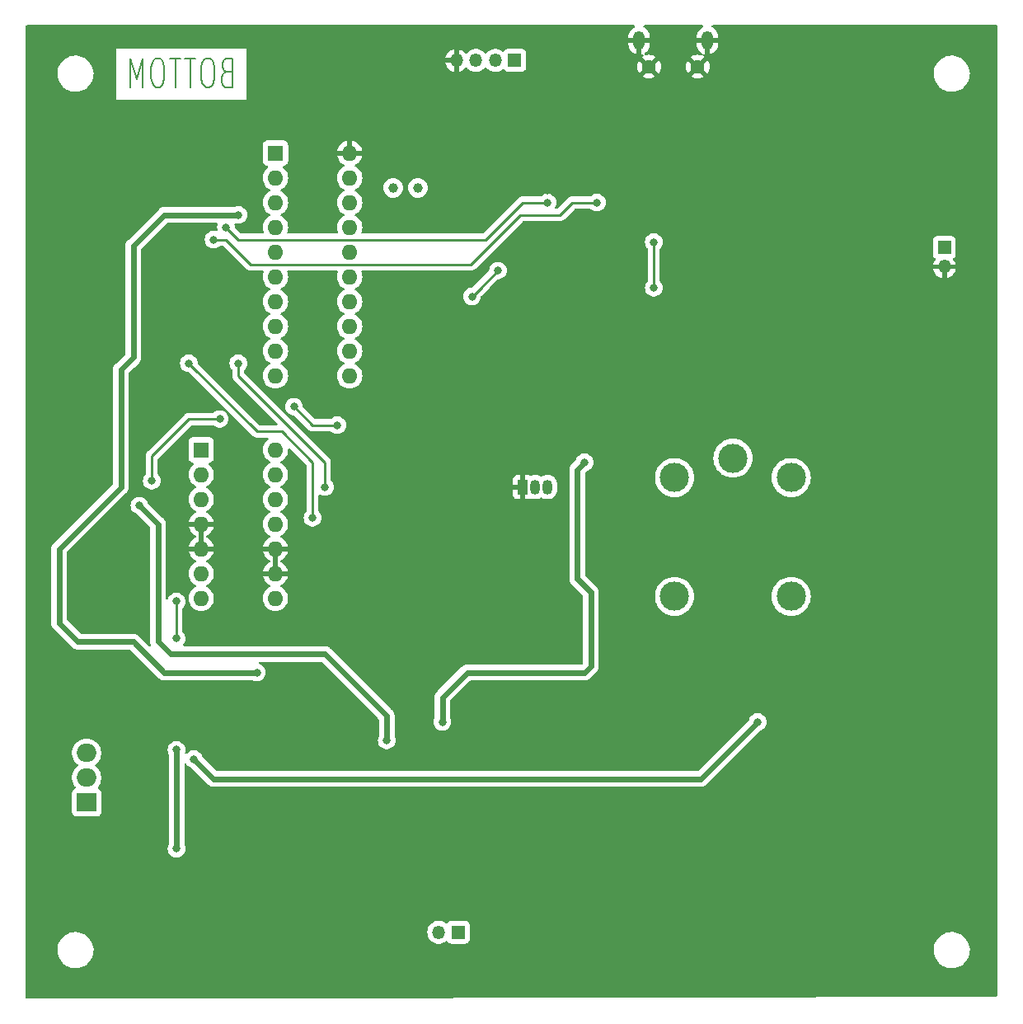
<source format=gbl>
%TF.GenerationSoftware,KiCad,Pcbnew,7.0.1*%
%TF.CreationDate,2023-05-29T19:52:37+03:00*%
%TF.ProjectId,First_sketch_licenta,46697273-745f-4736-9b65-7463685f6c69,rev?*%
%TF.SameCoordinates,Original*%
%TF.FileFunction,Copper,L2,Bot*%
%TF.FilePolarity,Positive*%
%FSLAX46Y46*%
G04 Gerber Fmt 4.6, Leading zero omitted, Abs format (unit mm)*
G04 Created by KiCad (PCBNEW 7.0.1) date 2023-05-29 19:52:37*
%MOMM*%
%LPD*%
G01*
G04 APERTURE LIST*
%ADD10C,0.150000*%
%TA.AperFunction,NonConductor*%
%ADD11C,0.150000*%
%TD*%
%TA.AperFunction,ComponentPad*%
%ADD12R,1.350000X1.350000*%
%TD*%
%TA.AperFunction,ComponentPad*%
%ADD13O,1.350000X1.350000*%
%TD*%
%TA.AperFunction,ComponentPad*%
%ADD14O,1.200000X1.900000*%
%TD*%
%TA.AperFunction,ComponentPad*%
%ADD15C,1.450000*%
%TD*%
%TA.AperFunction,ComponentPad*%
%ADD16R,1.600000X1.600000*%
%TD*%
%TA.AperFunction,ComponentPad*%
%ADD17O,1.600000X1.600000*%
%TD*%
%TA.AperFunction,ComponentPad*%
%ADD18R,2.000000X1.905000*%
%TD*%
%TA.AperFunction,ComponentPad*%
%ADD19O,2.000000X1.905000*%
%TD*%
%TA.AperFunction,ComponentPad*%
%ADD20R,1.050000X1.500000*%
%TD*%
%TA.AperFunction,ComponentPad*%
%ADD21O,1.050000X1.500000*%
%TD*%
%TA.AperFunction,ComponentPad*%
%ADD22C,1.000000*%
%TD*%
%TA.AperFunction,ComponentPad*%
%ADD23C,3.000000*%
%TD*%
%TA.AperFunction,ViaPad*%
%ADD24C,0.800000*%
%TD*%
%TA.AperFunction,Conductor*%
%ADD25C,0.254000*%
%TD*%
%TA.AperFunction,Conductor*%
%ADD26C,0.609600*%
%TD*%
G04 APERTURE END LIST*
D10*
D11*
X171497047Y-48838428D02*
X171211333Y-48981285D01*
X171211333Y-48981285D02*
X171116095Y-49124142D01*
X171116095Y-49124142D02*
X171020857Y-49409857D01*
X171020857Y-49409857D02*
X171020857Y-49838428D01*
X171020857Y-49838428D02*
X171116095Y-50124142D01*
X171116095Y-50124142D02*
X171211333Y-50267000D01*
X171211333Y-50267000D02*
X171401809Y-50409857D01*
X171401809Y-50409857D02*
X172163714Y-50409857D01*
X172163714Y-50409857D02*
X172163714Y-47409857D01*
X172163714Y-47409857D02*
X171497047Y-47409857D01*
X171497047Y-47409857D02*
X171306571Y-47552714D01*
X171306571Y-47552714D02*
X171211333Y-47695571D01*
X171211333Y-47695571D02*
X171116095Y-47981285D01*
X171116095Y-47981285D02*
X171116095Y-48267000D01*
X171116095Y-48267000D02*
X171211333Y-48552714D01*
X171211333Y-48552714D02*
X171306571Y-48695571D01*
X171306571Y-48695571D02*
X171497047Y-48838428D01*
X171497047Y-48838428D02*
X172163714Y-48838428D01*
X169782762Y-47409857D02*
X169401809Y-47409857D01*
X169401809Y-47409857D02*
X169211333Y-47552714D01*
X169211333Y-47552714D02*
X169020857Y-47838428D01*
X169020857Y-47838428D02*
X168925619Y-48409857D01*
X168925619Y-48409857D02*
X168925619Y-49409857D01*
X168925619Y-49409857D02*
X169020857Y-49981285D01*
X169020857Y-49981285D02*
X169211333Y-50267000D01*
X169211333Y-50267000D02*
X169401809Y-50409857D01*
X169401809Y-50409857D02*
X169782762Y-50409857D01*
X169782762Y-50409857D02*
X169973238Y-50267000D01*
X169973238Y-50267000D02*
X170163714Y-49981285D01*
X170163714Y-49981285D02*
X170258952Y-49409857D01*
X170258952Y-49409857D02*
X170258952Y-48409857D01*
X170258952Y-48409857D02*
X170163714Y-47838428D01*
X170163714Y-47838428D02*
X169973238Y-47552714D01*
X169973238Y-47552714D02*
X169782762Y-47409857D01*
X168354190Y-47409857D02*
X167211333Y-47409857D01*
X167782762Y-50409857D02*
X167782762Y-47409857D01*
X166830380Y-47409857D02*
X165687523Y-47409857D01*
X166258952Y-50409857D02*
X166258952Y-47409857D01*
X164639904Y-47409857D02*
X164258951Y-47409857D01*
X164258951Y-47409857D02*
X164068475Y-47552714D01*
X164068475Y-47552714D02*
X163877999Y-47838428D01*
X163877999Y-47838428D02*
X163782761Y-48409857D01*
X163782761Y-48409857D02*
X163782761Y-49409857D01*
X163782761Y-49409857D02*
X163877999Y-49981285D01*
X163877999Y-49981285D02*
X164068475Y-50267000D01*
X164068475Y-50267000D02*
X164258951Y-50409857D01*
X164258951Y-50409857D02*
X164639904Y-50409857D01*
X164639904Y-50409857D02*
X164830380Y-50267000D01*
X164830380Y-50267000D02*
X165020856Y-49981285D01*
X165020856Y-49981285D02*
X165116094Y-49409857D01*
X165116094Y-49409857D02*
X165116094Y-48409857D01*
X165116094Y-48409857D02*
X165020856Y-47838428D01*
X165020856Y-47838428D02*
X164830380Y-47552714D01*
X164830380Y-47552714D02*
X164639904Y-47409857D01*
X162925618Y-50409857D02*
X162925618Y-47409857D01*
X162925618Y-47409857D02*
X162258951Y-49552714D01*
X162258951Y-49552714D02*
X161592285Y-47409857D01*
X161592285Y-47409857D02*
X161592285Y-50409857D01*
D12*
%TO.P,J3,1,Pin_1*%
%TO.N,/V_BAT*%
X195310000Y-137160000D03*
D13*
%TO.P,J3,2,Pin_2*%
%TO.N,/ADC_I*%
X193310000Y-137160000D03*
%TD*%
D12*
%TO.P,J1,1,Pin_1*%
%TO.N,+3.3V*%
X201120000Y-47625000D03*
D13*
%TO.P,J1,2,Pin_2*%
%TO.N,/RESET*%
X199120000Y-47625000D03*
%TO.P,J1,3,Pin_3*%
%TO.N,/TEST*%
X197120000Y-47625000D03*
%TO.P,J1,4,Pin_4*%
%TO.N,GND*%
X195120000Y-47625000D03*
%TD*%
D14*
%TO.P,J4,6,Shield*%
%TO.N,GND*%
X213898600Y-45574700D03*
D15*
X214898600Y-48274700D03*
X219898600Y-48274700D03*
D14*
X220898600Y-45574700D03*
%TD*%
D16*
%TO.P,U5,1,~{CS}*%
%TO.N,/CS_N*%
X168910000Y-87630000D03*
D17*
%TO.P,U5,2,SCK*%
%TO.N,/SCLK*%
X168910000Y-90170000D03*
%TO.P,U5,3,SDI*%
%TO.N,/MOSI*%
X168910000Y-92710000D03*
%TO.P,U5,4,VSS*%
%TO.N,GND*%
X168910000Y-95250000D03*
%TO.P,U5,5,P1B*%
X168910000Y-97790000D03*
%TO.P,U5,6,P1W*%
%TO.N,/P1W*%
X168910000Y-100330000D03*
%TO.P,U5,7,P1A*%
%TO.N,+5V*%
X168910000Y-102870000D03*
%TO.P,U5,8,P0A*%
%TO.N,/PROG*%
X176530000Y-102870000D03*
%TO.P,U5,9,P0W*%
%TO.N,GND*%
X176530000Y-100330000D03*
%TO.P,U5,10,P0B*%
X176530000Y-97790000D03*
%TO.P,U5,11,~{WP}*%
%TO.N,unconnected-(U5-~{WP}-Pad11)*%
X176530000Y-95250000D03*
%TO.P,U5,12,~{SHDN}*%
%TO.N,+5V*%
X176530000Y-92710000D03*
%TO.P,U5,13,SDO*%
%TO.N,/MISO*%
X176530000Y-90170000D03*
%TO.P,U5,14,VDD*%
%TO.N,+5V*%
X176530000Y-87630000D03*
%TD*%
D12*
%TO.P,J2,1,Pin_1*%
%TO.N,+5V*%
X245237000Y-66818000D03*
D13*
%TO.P,J2,2,Pin_2*%
%TO.N,GND*%
X245237000Y-68818000D03*
%TD*%
D18*
%TO.P,Q1,1,G*%
%TO.N,Net-(Q1-G)*%
X157155000Y-123825000D03*
D19*
%TO.P,Q1,2,D*%
%TO.N,/DISCHARGE*%
X157155000Y-121285000D03*
%TO.P,Q1,3,S*%
%TO.N,Net-(Q1-S)*%
X157155000Y-118745000D03*
%TD*%
D20*
%TO.P,Q2,1,E*%
%TO.N,GND*%
X201930000Y-91440000D03*
D21*
%TO.P,Q2,2,B*%
%TO.N,Net-(Q2-B)*%
X203200000Y-91440000D03*
%TO.P,Q2,3,C*%
%TO.N,Net-(D3-A)*%
X204470000Y-91440000D03*
%TD*%
D22*
%TO.P,Y2,1*%
%TO.N,Net-(U3-P2.7{slash}XOUT)*%
X191165000Y-60725000D03*
%TO.P,Y2,2*%
%TO.N,Net-(U3-P2.6{slash}XIN{slash}TA0.1)*%
X188625000Y-60725000D03*
%TD*%
D16*
%TO.P,U3,1,DVCC*%
%TO.N,+3.3V*%
X176540000Y-57155000D03*
D17*
%TO.P,U3,2,TA0CLK/ACLK/CA0/A0/P1.0*%
%TO.N,/ADC_I*%
X176540000Y-59695000D03*
%TO.P,U3,3,UCA0RXD/UCA0SOMI/TA0.0/CA1/A1/P1.1*%
%TO.N,/RX*%
X176540000Y-62235000D03*
%TO.P,U3,4,UCA0TXD/UCA0SIMO/TA0.1/CA2/A2/P1.2*%
%TO.N,/TX*%
X176540000Y-64775000D03*
%TO.P,U3,5,CAOUT/VREF-/VeREF-/CA3/A3/P1.3*%
%TO.N,/PW_LED*%
X176540000Y-67315000D03*
%TO.P,U3,6,TCK/SMCLK/UCB0STE/UCA0CLK/VREF+/VeREF+/CA4/A4/P1.4*%
%TO.N,/ADC_V*%
X176540000Y-69855000D03*
%TO.P,U3,7,TMS/UCB0CLK/UCA0STE/TA0.0/CA5/A5/P1.5*%
%TO.N,/SCLK*%
X176540000Y-72395000D03*
%TO.P,U3,8,P2.0/TA1.0*%
%TO.N,/CHARGE_DIS*%
X176540000Y-74935000D03*
%TO.P,U3,9,P2.1/TA1.1*%
%TO.N,/CHANGE_STATE*%
X176540000Y-77475000D03*
%TO.P,U3,10,P2.2/TA1.1*%
%TO.N,/CS_N*%
X176540000Y-80015000D03*
%TO.P,U3,11,P2.3/TA1.0*%
%TO.N,unconnected-(U3-P2.3{slash}TA1.0-Pad11)*%
X184160000Y-80015000D03*
%TO.P,U3,12,P2.4/TA1.2*%
%TO.N,unconnected-(U3-P2.4{slash}TA1.2-Pad12)*%
X184160000Y-77475000D03*
%TO.P,U3,13,P2.5/TA1.2*%
%TO.N,unconnected-(U3-P2.5{slash}TA1.2-Pad13)*%
X184160000Y-74935000D03*
%TO.P,U3,14,TDI/TCLK/UCB0SOMI/UCB0SCL/TA0.1/CA6/A6/P1.6*%
%TO.N,/MISO*%
X184160000Y-72395000D03*
%TO.P,U3,15,TDO/TDI/UCB0SIMO/UCB0SDA/CAOUT/CA7/A7/P1.7*%
%TO.N,/MOSI*%
X184160000Y-69855000D03*
%TO.P,U3,16,~{RST}/NMI/SBWTDIO*%
%TO.N,/RESET*%
X184160000Y-67315000D03*
%TO.P,U3,17,TEST/SBWTCK*%
%TO.N,/TEST*%
X184160000Y-64775000D03*
%TO.P,U3,18,P2.7/XOUT*%
%TO.N,Net-(U3-P2.7{slash}XOUT)*%
X184160000Y-62235000D03*
%TO.P,U3,19,P2.6/XIN/TA0.1*%
%TO.N,Net-(U3-P2.6{slash}XIN{slash}TA0.1)*%
X184160000Y-59695000D03*
%TO.P,U3,20,DVSS*%
%TO.N,GND*%
X184160000Y-57155000D03*
%TD*%
D23*
%TO.P,K2,11*%
%TO.N,/V_BAT*%
X223520000Y-88470000D03*
%TO.P,K2,12*%
%TO.N,/DISCHARGE*%
X229520000Y-102670000D03*
%TO.P,K2,14*%
%TO.N,/CHARGE*%
X217520000Y-102670000D03*
%TO.P,K2,A1*%
%TO.N,+5V*%
X217520000Y-90470000D03*
%TO.P,K2,A2*%
%TO.N,Net-(D3-A)*%
X229520000Y-90470000D03*
%TD*%
D24*
%TO.N,+3.3V*%
X215392000Y-70993000D03*
X196723000Y-71882000D03*
X215392000Y-66294000D03*
X199390000Y-69215000D03*
%TO.N,GND*%
X159385000Y-132715000D03*
X225298000Y-52832000D03*
X172984000Y-52842000D03*
X169408000Y-52827000D03*
X204470000Y-74930000D03*
X182880000Y-102870000D03*
X200660000Y-73660000D03*
X215519000Y-57404000D03*
X211963000Y-57785000D03*
X204470000Y-60960000D03*
X166370000Y-94615000D03*
X190500000Y-99060000D03*
X212725000Y-66675000D03*
X231267000Y-56388000D03*
X205740000Y-106680000D03*
X160020000Y-97790000D03*
X190500000Y-92710000D03*
X173355000Y-132715000D03*
X200025000Y-62230000D03*
X246507000Y-57658000D03*
X154940000Y-68580000D03*
X179070000Y-99060000D03*
X213360000Y-71120000D03*
X208280000Y-74930000D03*
X205105000Y-125730000D03*
X214630000Y-52070000D03*
%TO.N,Net-(TLV342AIDR1-1IN-)*%
X166370000Y-103195000D03*
X166370000Y-107005000D03*
%TO.N,/V_BAT*%
X208280000Y-88900000D03*
X193675000Y-115570000D03*
%TO.N,/ADC_I*%
X174625000Y-110490000D03*
X172720000Y-63500000D03*
%TO.N,/DISCHARGE*%
X168148000Y-119380000D03*
X226060000Y-115570000D03*
%TO.N,/CHARGE_DIS*%
X180340000Y-94615000D03*
X167640000Y-78740000D03*
%TO.N,Net-(Q1-S)*%
X166370000Y-128595000D03*
X166370000Y-118435000D03*
%TO.N,/ADC_V*%
X162560000Y-93345000D03*
X187960000Y-117475000D03*
%TO.N,/CHANGE_STATE*%
X181610000Y-91440000D03*
X172720000Y-78740000D03*
%TO.N,/MOSI*%
X163830000Y-90805000D03*
X170815000Y-84455000D03*
X178435000Y-83185000D03*
X182880000Y-85090000D03*
%TO.N,/RX*%
X171450000Y-64770000D03*
X204470000Y-62230000D03*
%TO.N,/TX*%
X170180000Y-66040000D03*
X209550000Y-62230000D03*
%TD*%
D25*
%TO.N,+3.3V*%
X199390000Y-69215000D02*
X197485000Y-71120000D01*
X215392000Y-70993000D02*
X215392000Y-66294000D01*
X197485000Y-71120000D02*
X196723000Y-71882000D01*
%TO.N,Net-(TLV342AIDR1-1IN-)*%
X166370000Y-107005000D02*
X166370000Y-103195000D01*
D26*
%TO.N,/V_BAT*%
X207518000Y-89662000D02*
X207518000Y-100838000D01*
X208280000Y-110490000D02*
X196215000Y-110490000D01*
X208915000Y-109855000D02*
X208280000Y-110490000D01*
X208280000Y-88900000D02*
X207518000Y-89662000D01*
X196215000Y-110490000D02*
X193675000Y-113030000D01*
X208915000Y-102235000D02*
X208915000Y-109855000D01*
X193675000Y-113030000D02*
X193675000Y-115570000D01*
X207518000Y-100838000D02*
X208915000Y-102235000D01*
%TO.N,/ADC_I*%
X154305000Y-97790000D02*
X160655000Y-91440000D01*
X165100000Y-63500000D02*
X172720000Y-63500000D01*
X161925000Y-66675000D02*
X165100000Y-63500000D01*
X154305000Y-105410000D02*
X154305000Y-97790000D01*
X165100000Y-110490000D02*
X161925000Y-107315000D01*
X156210000Y-107315000D02*
X154305000Y-105410000D01*
X161925000Y-107315000D02*
X156210000Y-107315000D01*
X174625000Y-110490000D02*
X165100000Y-110490000D01*
X161925000Y-78105000D02*
X161925000Y-66675000D01*
X160655000Y-91440000D02*
X160655000Y-79375000D01*
X160655000Y-79375000D02*
X161925000Y-78105000D01*
%TO.N,/DISCHARGE*%
X220218000Y-121412000D02*
X226060000Y-115570000D01*
X170180000Y-121412000D02*
X220218000Y-121412000D01*
X168148000Y-119380000D02*
X170180000Y-121412000D01*
D25*
%TO.N,/CHARGE_DIS*%
X177165000Y-85725000D02*
X180340000Y-88900000D01*
X174625000Y-85725000D02*
X177165000Y-85725000D01*
X167640000Y-78740000D02*
X174625000Y-85725000D01*
X180340000Y-88900000D02*
X180340000Y-94615000D01*
D26*
%TO.N,Net-(Q1-S)*%
X166370000Y-118435000D02*
X166370000Y-128595000D01*
%TO.N,/ADC_V*%
X164465000Y-95250000D02*
X162560000Y-93345000D01*
X187960000Y-114935000D02*
X181610000Y-108585000D01*
X187960000Y-117475000D02*
X187960000Y-114935000D01*
X181610000Y-108585000D02*
X165735000Y-108585000D01*
X165735000Y-108585000D02*
X164465000Y-107315000D01*
X164465000Y-107315000D02*
X164465000Y-95250000D01*
D25*
%TO.N,/CHANGE_STATE*%
X172720000Y-80010000D02*
X172720000Y-78740000D01*
X181610000Y-88900000D02*
X172720000Y-80010000D01*
X181610000Y-91440000D02*
X181610000Y-88900000D01*
%TO.N,/MOSI*%
X167640000Y-84455000D02*
X163830000Y-88265000D01*
X170815000Y-84455000D02*
X167640000Y-84455000D01*
X180340000Y-85090000D02*
X178435000Y-83185000D01*
X163830000Y-88265000D02*
X163830000Y-90805000D01*
X182880000Y-85090000D02*
X180340000Y-85090000D01*
%TO.N,/RX*%
X201930000Y-62230000D02*
X204470000Y-62230000D01*
X171450000Y-64770000D02*
X172720000Y-66040000D01*
X198120000Y-66040000D02*
X201930000Y-62230000D01*
X172720000Y-66040000D02*
X198120000Y-66040000D01*
%TO.N,/TX*%
X201676000Y-63500000D02*
X205740000Y-63500000D01*
X196596000Y-68580000D02*
X201676000Y-63500000D01*
X170180000Y-66040000D02*
X171450000Y-66040000D01*
X171450000Y-66040000D02*
X173990000Y-68580000D01*
X205740000Y-63500000D02*
X207010000Y-62230000D01*
X173990000Y-68580000D02*
X196596000Y-68580000D01*
X207010000Y-62230000D02*
X209550000Y-62230000D01*
%TD*%
%TA.AperFunction,Conductor*%
%TO.N,GND*%
G36*
X213413457Y-44023713D02*
G01*
X213459094Y-44072033D01*
X213473222Y-44136979D01*
X213451782Y-44199891D01*
X213400935Y-44242694D01*
X213346098Y-44267736D01*
X213174978Y-44389592D01*
X213030007Y-44541633D01*
X212916433Y-44718355D01*
X212838355Y-44913385D01*
X212798600Y-45119662D01*
X212798600Y-45324700D01*
X214998600Y-45324700D01*
X214998600Y-45172301D01*
X214983634Y-45015574D01*
X214924450Y-44814012D01*
X214828187Y-44627287D01*
X214698330Y-44462161D01*
X214539563Y-44324588D01*
X214388351Y-44237287D01*
X214342964Y-44191900D01*
X214326351Y-44129900D01*
X214342964Y-44067900D01*
X214388351Y-44022513D01*
X214450351Y-44005900D01*
X220349424Y-44005900D01*
X220413457Y-44023713D01*
X220459094Y-44072033D01*
X220473222Y-44136979D01*
X220451782Y-44199891D01*
X220400935Y-44242694D01*
X220346098Y-44267736D01*
X220174978Y-44389592D01*
X220030007Y-44541633D01*
X219916433Y-44718355D01*
X219838355Y-44913385D01*
X219798600Y-45119662D01*
X219798600Y-45324700D01*
X221998600Y-45324700D01*
X221998600Y-45172301D01*
X221983634Y-45015574D01*
X221924450Y-44814012D01*
X221828187Y-44627287D01*
X221698330Y-44462161D01*
X221539563Y-44324588D01*
X221388351Y-44237287D01*
X221342964Y-44191900D01*
X221326351Y-44129900D01*
X221342964Y-44067900D01*
X221388351Y-44022513D01*
X221450351Y-44005900D01*
X250574000Y-44005900D01*
X250636000Y-44022513D01*
X250681387Y-44067900D01*
X250698000Y-44129900D01*
X250698000Y-143640315D01*
X250681440Y-143702224D01*
X250636182Y-143747597D01*
X250574317Y-143764314D01*
X175988700Y-143954100D01*
X151000000Y-143954100D01*
X150938000Y-143937487D01*
X150892613Y-143892100D01*
X150876000Y-143830100D01*
X150876000Y-139067910D01*
X154141779Y-139067910D01*
X154171469Y-139337745D01*
X154171470Y-139337747D01*
X154240132Y-139600384D01*
X154346303Y-139850224D01*
X154487719Y-140081944D01*
X154661368Y-140290604D01*
X154863546Y-140471757D01*
X155089947Y-140621542D01*
X155222426Y-140683646D01*
X155335738Y-140736765D01*
X155335740Y-140736765D01*
X155335743Y-140736767D01*
X155595697Y-140814975D01*
X155864268Y-140854500D01*
X156067781Y-140854500D01*
X156067784Y-140854500D01*
X156270741Y-140839645D01*
X156381492Y-140814974D01*
X156535709Y-140780621D01*
X156789261Y-140683646D01*
X157025991Y-140550786D01*
X157240853Y-140384875D01*
X157429269Y-140189447D01*
X157587223Y-139968668D01*
X157711348Y-139727244D01*
X157798998Y-139470320D01*
X157823486Y-139337747D01*
X157848306Y-139203371D01*
X157853256Y-139067910D01*
X244141779Y-139067910D01*
X244171469Y-139337745D01*
X244171470Y-139337747D01*
X244240132Y-139600384D01*
X244346303Y-139850224D01*
X244487719Y-140081944D01*
X244661368Y-140290604D01*
X244863546Y-140471757D01*
X245089947Y-140621542D01*
X245222426Y-140683646D01*
X245335738Y-140736765D01*
X245335740Y-140736765D01*
X245335743Y-140736767D01*
X245595697Y-140814975D01*
X245864268Y-140854500D01*
X246067781Y-140854500D01*
X246067784Y-140854500D01*
X246270741Y-140839645D01*
X246381492Y-140814974D01*
X246535709Y-140780621D01*
X246789261Y-140683646D01*
X247025991Y-140550786D01*
X247240853Y-140384875D01*
X247429269Y-140189447D01*
X247587223Y-139968668D01*
X247711348Y-139727244D01*
X247798998Y-139470320D01*
X247823486Y-139337747D01*
X247848306Y-139203371D01*
X247858220Y-138932089D01*
X247828530Y-138662254D01*
X247828530Y-138662253D01*
X247759868Y-138399616D01*
X247653697Y-138149776D01*
X247512281Y-137918056D01*
X247338632Y-137709396D01*
X247136454Y-137528243D01*
X246910053Y-137378458D01*
X246906779Y-137376923D01*
X246664261Y-137263234D01*
X246559397Y-137231685D01*
X246404303Y-137185025D01*
X246135732Y-137145500D01*
X245932219Y-137145500D01*
X245932216Y-137145500D01*
X245729258Y-137160354D01*
X245464292Y-137219378D01*
X245210740Y-137316353D01*
X244974009Y-137449214D01*
X244759145Y-137615125D01*
X244570733Y-137810549D01*
X244412773Y-138031336D01*
X244288654Y-138272750D01*
X244201000Y-138529684D01*
X244151693Y-138796628D01*
X244141779Y-139067910D01*
X157853256Y-139067910D01*
X157858220Y-138932089D01*
X157828530Y-138662254D01*
X157828530Y-138662253D01*
X157759868Y-138399616D01*
X157653697Y-138149776D01*
X157512281Y-137918056D01*
X157338632Y-137709396D01*
X157136454Y-137528243D01*
X156910053Y-137378458D01*
X156906779Y-137376923D01*
X156664261Y-137263234D01*
X156559397Y-137231685D01*
X156404303Y-137185025D01*
X156234259Y-137160000D01*
X192129464Y-137160000D01*
X192149564Y-137376925D01*
X192209181Y-137586457D01*
X192306287Y-137781471D01*
X192437573Y-137955323D01*
X192561411Y-138068215D01*
X192598568Y-138102088D01*
X192675586Y-138149775D01*
X192783791Y-138216773D01*
X192928284Y-138272750D01*
X192986931Y-138295470D01*
X193201074Y-138335500D01*
X193418924Y-138335500D01*
X193418926Y-138335500D01*
X193633069Y-138295470D01*
X193768496Y-138243004D01*
X193836208Y-138216773D01*
X193836210Y-138216772D01*
X194021432Y-138102088D01*
X194032409Y-138092080D01*
X194093330Y-138061796D01*
X194161063Y-138068215D01*
X194215214Y-138109404D01*
X194277454Y-138192546D01*
X194392669Y-138278796D01*
X194527517Y-138329091D01*
X194587127Y-138335500D01*
X196032872Y-138335499D01*
X196092483Y-138329091D01*
X196227331Y-138278796D01*
X196342546Y-138192546D01*
X196428796Y-138077331D01*
X196479091Y-137942483D01*
X196485500Y-137882873D01*
X196485499Y-136437128D01*
X196479091Y-136377517D01*
X196428796Y-136242669D01*
X196342546Y-136127454D01*
X196227331Y-136041204D01*
X196092483Y-135990909D01*
X196032873Y-135984500D01*
X196032869Y-135984500D01*
X194587130Y-135984500D01*
X194527515Y-135990909D01*
X194392669Y-136041204D01*
X194277451Y-136127455D01*
X194215214Y-136210594D01*
X194161064Y-136251784D01*
X194093332Y-136258203D01*
X194032410Y-136227920D01*
X194021432Y-136217912D01*
X194021429Y-136217910D01*
X194021428Y-136217909D01*
X193836208Y-136103226D01*
X193633073Y-136024531D01*
X193633070Y-136024530D01*
X193633069Y-136024530D01*
X193418926Y-135984500D01*
X193201074Y-135984500D01*
X192986931Y-136024530D01*
X192986926Y-136024531D01*
X192783791Y-136103226D01*
X192598567Y-136217912D01*
X192437573Y-136364676D01*
X192306287Y-136538528D01*
X192209181Y-136733542D01*
X192149564Y-136943074D01*
X192129464Y-137160000D01*
X156234259Y-137160000D01*
X156135732Y-137145500D01*
X155932219Y-137145500D01*
X155932216Y-137145500D01*
X155729258Y-137160354D01*
X155464292Y-137219378D01*
X155210740Y-137316353D01*
X154974009Y-137449214D01*
X154759145Y-137615125D01*
X154570733Y-137810549D01*
X154412773Y-138031336D01*
X154288654Y-138272750D01*
X154201000Y-138529684D01*
X154151693Y-138796628D01*
X154141779Y-139067910D01*
X150876000Y-139067910D01*
X150876000Y-128594999D01*
X165464540Y-128594999D01*
X165484326Y-128783257D01*
X165542820Y-128963284D01*
X165637466Y-129127216D01*
X165764129Y-129267889D01*
X165917269Y-129379151D01*
X166090197Y-129456144D01*
X166275352Y-129495500D01*
X166275354Y-129495500D01*
X166464646Y-129495500D01*
X166464648Y-129495500D01*
X166588083Y-129469262D01*
X166649803Y-129456144D01*
X166822730Y-129379151D01*
X166975871Y-129267888D01*
X167102533Y-129127216D01*
X167197179Y-128963284D01*
X167255674Y-128783256D01*
X167275460Y-128595000D01*
X167255674Y-128406744D01*
X167197179Y-128226716D01*
X167191913Y-128217596D01*
X167175300Y-128155595D01*
X167175300Y-119959009D01*
X167191913Y-119897009D01*
X167237300Y-119851622D01*
X167299301Y-119835009D01*
X167361301Y-119851622D01*
X167406688Y-119897010D01*
X167415467Y-119912217D01*
X167542129Y-120052889D01*
X167695269Y-120164151D01*
X167850955Y-120233468D01*
X167888200Y-120259066D01*
X169537722Y-121908588D01*
X169537725Y-121908592D01*
X169546407Y-121917274D01*
X169674726Y-122045593D01*
X169707372Y-122066106D01*
X169718707Y-122074149D01*
X169748843Y-122098182D01*
X169783570Y-122114906D01*
X169795741Y-122121632D01*
X169828382Y-122142142D01*
X169864758Y-122154870D01*
X169877607Y-122160192D01*
X169893018Y-122167613D01*
X169912343Y-122176920D01*
X169949939Y-122185500D01*
X169963280Y-122189344D01*
X169999670Y-122202078D01*
X170036855Y-122206267D01*
X170037968Y-122206393D01*
X170051673Y-122208721D01*
X170089265Y-122217301D01*
X170270735Y-122217301D01*
X170285996Y-122217301D01*
X170286004Y-122217300D01*
X220111996Y-122217300D01*
X220112004Y-122217301D01*
X220127265Y-122217301D01*
X220308735Y-122217301D01*
X220346331Y-122208719D01*
X220360004Y-122206395D01*
X220398330Y-122202078D01*
X220434708Y-122189348D01*
X220448058Y-122185500D01*
X220485657Y-122176920D01*
X220520396Y-122160189D01*
X220533224Y-122154875D01*
X220569618Y-122142142D01*
X220602263Y-122121628D01*
X220614428Y-122114906D01*
X220649157Y-122098182D01*
X220679304Y-122074139D01*
X220690636Y-122066100D01*
X220723274Y-122045593D01*
X220851593Y-121917274D01*
X220851593Y-121917272D01*
X220861797Y-121907069D01*
X220861800Y-121907064D01*
X226319801Y-116449063D01*
X226357041Y-116423469D01*
X226512730Y-116354151D01*
X226512730Y-116354150D01*
X226512732Y-116354150D01*
X226665870Y-116242889D01*
X226792533Y-116102216D01*
X226887179Y-115938284D01*
X226887179Y-115938283D01*
X226945674Y-115758256D01*
X226965460Y-115570000D01*
X226945674Y-115381744D01*
X226897099Y-115232247D01*
X226887179Y-115201715D01*
X226792533Y-115037783D01*
X226665870Y-114897110D01*
X226512730Y-114785848D01*
X226339802Y-114708855D01*
X226154648Y-114669500D01*
X226154646Y-114669500D01*
X225965354Y-114669500D01*
X225965352Y-114669500D01*
X225780197Y-114708855D01*
X225607269Y-114785848D01*
X225454129Y-114897110D01*
X225327466Y-115037783D01*
X225232820Y-115201716D01*
X225214778Y-115257242D01*
X225184529Y-115306603D01*
X219920753Y-120570381D01*
X219880525Y-120597261D01*
X219833072Y-120606700D01*
X170564928Y-120606700D01*
X170517475Y-120597261D01*
X170477247Y-120570381D01*
X169023470Y-119116604D01*
X168993220Y-119067240D01*
X168975179Y-119011716D01*
X168880533Y-118847783D01*
X168753870Y-118707110D01*
X168600730Y-118595848D01*
X168427802Y-118518855D01*
X168242648Y-118479500D01*
X168242646Y-118479500D01*
X168053354Y-118479500D01*
X168053352Y-118479500D01*
X167868197Y-118518855D01*
X167695269Y-118595848D01*
X167542132Y-118707109D01*
X167441664Y-118818689D01*
X167385353Y-118854424D01*
X167318676Y-118855820D01*
X167260919Y-118822474D01*
X167228790Y-118764031D01*
X167231582Y-118697400D01*
X167255674Y-118623256D01*
X167275460Y-118435000D01*
X167255674Y-118246744D01*
X167197179Y-118066716D01*
X167197179Y-118066715D01*
X167102533Y-117902783D01*
X166975870Y-117762110D01*
X166822730Y-117650848D01*
X166649802Y-117573855D01*
X166464648Y-117534500D01*
X166464646Y-117534500D01*
X166275354Y-117534500D01*
X166275352Y-117534500D01*
X166090197Y-117573855D01*
X165917269Y-117650848D01*
X165764129Y-117762110D01*
X165637466Y-117902783D01*
X165542820Y-118066715D01*
X165484326Y-118246742D01*
X165464540Y-118435000D01*
X165484326Y-118623257D01*
X165542820Y-118803282D01*
X165548086Y-118812403D01*
X165564700Y-118874405D01*
X165564700Y-128155595D01*
X165548086Y-128217597D01*
X165542820Y-128226717D01*
X165484326Y-128406742D01*
X165464540Y-128594999D01*
X150876000Y-128594999D01*
X150876000Y-124825369D01*
X155654500Y-124825369D01*
X155660909Y-124884983D01*
X155711204Y-125019831D01*
X155797454Y-125135046D01*
X155912669Y-125221296D01*
X156047517Y-125271591D01*
X156107127Y-125278000D01*
X158202872Y-125277999D01*
X158262483Y-125271591D01*
X158397331Y-125221296D01*
X158512546Y-125135046D01*
X158598796Y-125019831D01*
X158649091Y-124884983D01*
X158655500Y-124825373D01*
X158655499Y-122824628D01*
X158649091Y-122765017D01*
X158598796Y-122630169D01*
X158512546Y-122514954D01*
X158397331Y-122428704D01*
X158397330Y-122428703D01*
X158397328Y-122428702D01*
X158366685Y-122417273D01*
X158318868Y-122385160D01*
X158290720Y-122334907D01*
X158288313Y-122277358D01*
X158312167Y-122224930D01*
X158326597Y-122206391D01*
X158423072Y-122082439D01*
X158537679Y-121870664D01*
X158615866Y-121642913D01*
X158655500Y-121405399D01*
X158655500Y-121164601D01*
X158615866Y-120927087D01*
X158537679Y-120699336D01*
X158423072Y-120487561D01*
X158275171Y-120297537D01*
X158098010Y-120134449D01*
X158074070Y-120118808D01*
X158032837Y-120074018D01*
X158017892Y-120015000D01*
X158032837Y-119955982D01*
X158074071Y-119911191D01*
X158098010Y-119895551D01*
X158275171Y-119732463D01*
X158423072Y-119542439D01*
X158537679Y-119330664D01*
X158615866Y-119102913D01*
X158655500Y-118865399D01*
X158655500Y-118624601D01*
X158615866Y-118387087D01*
X158537679Y-118159336D01*
X158423072Y-117947561D01*
X158275171Y-117757537D01*
X158098010Y-117594449D01*
X157896422Y-117462745D01*
X157896421Y-117462744D01*
X157675906Y-117366017D01*
X157562094Y-117337196D01*
X157442476Y-117306905D01*
X157442474Y-117306904D01*
X157442471Y-117306904D01*
X157262606Y-117292000D01*
X157262600Y-117292000D01*
X157047400Y-117292000D01*
X157047394Y-117292000D01*
X156867528Y-117306904D01*
X156634093Y-117366017D01*
X156413577Y-117462745D01*
X156211991Y-117594448D01*
X156034829Y-117757536D01*
X155886929Y-117947559D01*
X155886927Y-117947561D01*
X155886928Y-117947561D01*
X155778517Y-118147888D01*
X155772319Y-118159340D01*
X155694134Y-118387084D01*
X155654500Y-118624601D01*
X155654500Y-118865399D01*
X155694134Y-119102915D01*
X155772319Y-119330659D01*
X155772321Y-119330664D01*
X155886928Y-119542439D01*
X156034829Y-119732463D01*
X156211990Y-119895551D01*
X156230508Y-119907649D01*
X156235930Y-119911192D01*
X156277162Y-119955983D01*
X156292107Y-120015000D01*
X156277162Y-120074017D01*
X156235930Y-120118808D01*
X156211991Y-120134448D01*
X156034829Y-120297536D01*
X155886929Y-120487559D01*
X155772319Y-120699340D01*
X155694134Y-120927084D01*
X155654500Y-121164601D01*
X155654500Y-121405399D01*
X155694134Y-121642915D01*
X155772319Y-121870659D01*
X155772321Y-121870664D01*
X155886928Y-122082439D01*
X155983403Y-122206391D01*
X155997833Y-122224930D01*
X156021686Y-122277358D01*
X156019279Y-122334907D01*
X155991131Y-122385159D01*
X155943315Y-122417273D01*
X155912670Y-122428703D01*
X155797454Y-122514954D01*
X155711204Y-122630168D01*
X155660909Y-122765016D01*
X155654500Y-122824630D01*
X155654500Y-124825369D01*
X150876000Y-124825369D01*
X150876000Y-105500737D01*
X153499699Y-105500737D01*
X153508277Y-105538326D01*
X153510605Y-105552027D01*
X153514921Y-105590331D01*
X153527652Y-105626714D01*
X153531501Y-105640072D01*
X153540080Y-105677658D01*
X153556807Y-105712392D01*
X153562127Y-105725237D01*
X153574856Y-105761614D01*
X153574857Y-105761616D01*
X153574858Y-105761618D01*
X153593116Y-105790676D01*
X153595365Y-105794255D01*
X153602089Y-105806422D01*
X153618817Y-105841156D01*
X153642850Y-105871292D01*
X153650897Y-105882633D01*
X153671407Y-105915274D01*
X153799726Y-106043593D01*
X153813954Y-106057821D01*
X153813957Y-106057823D01*
X155567722Y-107811588D01*
X155567725Y-107811592D01*
X155576407Y-107820274D01*
X155704726Y-107948593D01*
X155737372Y-107969106D01*
X155748707Y-107977149D01*
X155778843Y-108001182D01*
X155813570Y-108017906D01*
X155825741Y-108024632D01*
X155858382Y-108045142D01*
X155894758Y-108057870D01*
X155907607Y-108063192D01*
X155923018Y-108070613D01*
X155942343Y-108079920D01*
X155979939Y-108088500D01*
X155993280Y-108092344D01*
X156029670Y-108105078D01*
X156066855Y-108109267D01*
X156067968Y-108109393D01*
X156081673Y-108111721D01*
X156119265Y-108120301D01*
X156300735Y-108120301D01*
X156315996Y-108120301D01*
X156316004Y-108120300D01*
X161540072Y-108120300D01*
X161587525Y-108129739D01*
X161627753Y-108156619D01*
X164457722Y-110986588D01*
X164457725Y-110986592D01*
X164466407Y-110995274D01*
X164594726Y-111123593D01*
X164627372Y-111144106D01*
X164638707Y-111152149D01*
X164668843Y-111176182D01*
X164703570Y-111192906D01*
X164715741Y-111199632D01*
X164748382Y-111220142D01*
X164784758Y-111232870D01*
X164797607Y-111238192D01*
X164813018Y-111245613D01*
X164832343Y-111254920D01*
X164869939Y-111263500D01*
X164883280Y-111267344D01*
X164919670Y-111280078D01*
X164956855Y-111284267D01*
X164957968Y-111284393D01*
X164971673Y-111286721D01*
X165009265Y-111295301D01*
X165190735Y-111295301D01*
X165205996Y-111295301D01*
X165206004Y-111295300D01*
X174193414Y-111295300D01*
X174243850Y-111306021D01*
X174345197Y-111351144D01*
X174530352Y-111390500D01*
X174530354Y-111390500D01*
X174719646Y-111390500D01*
X174719648Y-111390500D01*
X174843084Y-111364262D01*
X174904803Y-111351144D01*
X175077730Y-111274151D01*
X175152069Y-111220141D01*
X175230870Y-111162889D01*
X175247791Y-111144097D01*
X175357533Y-111022216D01*
X175452179Y-110858284D01*
X175510674Y-110678256D01*
X175530460Y-110490000D01*
X175510674Y-110301744D01*
X175452179Y-110121716D01*
X175452179Y-110121715D01*
X175357533Y-109957783D01*
X175230870Y-109817110D01*
X175077734Y-109705850D01*
X174948656Y-109648381D01*
X174904803Y-109628856D01*
X174904800Y-109628855D01*
X174901936Y-109627580D01*
X174850549Y-109585068D01*
X174828617Y-109522086D01*
X174842483Y-109456851D01*
X174888137Y-109408235D01*
X174952372Y-109390300D01*
X181225072Y-109390300D01*
X181272525Y-109399739D01*
X181312753Y-109426619D01*
X187118381Y-115232247D01*
X187145261Y-115272475D01*
X187154700Y-115319928D01*
X187154700Y-117035595D01*
X187138086Y-117097597D01*
X187132820Y-117106717D01*
X187074326Y-117286742D01*
X187054540Y-117474999D01*
X187074326Y-117663257D01*
X187132820Y-117843284D01*
X187227466Y-118007216D01*
X187354129Y-118147889D01*
X187507269Y-118259151D01*
X187680197Y-118336144D01*
X187865352Y-118375500D01*
X187865354Y-118375500D01*
X188054646Y-118375500D01*
X188054648Y-118375500D01*
X188178084Y-118349262D01*
X188239803Y-118336144D01*
X188412730Y-118259151D01*
X188565871Y-118147888D01*
X188692533Y-118007216D01*
X188787179Y-117843284D01*
X188845674Y-117663256D01*
X188865460Y-117475000D01*
X188845674Y-117286744D01*
X188787179Y-117106716D01*
X188781913Y-117097596D01*
X188765300Y-117035595D01*
X188765300Y-115570000D01*
X192769540Y-115570000D01*
X192789326Y-115758257D01*
X192847820Y-115938284D01*
X192942466Y-116102216D01*
X193069129Y-116242889D01*
X193222269Y-116354151D01*
X193395197Y-116431144D01*
X193580352Y-116470500D01*
X193580354Y-116470500D01*
X193769646Y-116470500D01*
X193769648Y-116470500D01*
X193893084Y-116444262D01*
X193954803Y-116431144D01*
X194127730Y-116354151D01*
X194280871Y-116242888D01*
X194407533Y-116102216D01*
X194502179Y-115938284D01*
X194560674Y-115758256D01*
X194580460Y-115570000D01*
X194560674Y-115381744D01*
X194502179Y-115201716D01*
X194496913Y-115192596D01*
X194480300Y-115130595D01*
X194480300Y-113414928D01*
X194489739Y-113367475D01*
X194516619Y-113327247D01*
X196512248Y-111331619D01*
X196552476Y-111304739D01*
X196599929Y-111295300D01*
X208173996Y-111295300D01*
X208174004Y-111295301D01*
X208189265Y-111295301D01*
X208370735Y-111295301D01*
X208408331Y-111286719D01*
X208422004Y-111284395D01*
X208460330Y-111280078D01*
X208496708Y-111267348D01*
X208510058Y-111263500D01*
X208547657Y-111254920D01*
X208582396Y-111238189D01*
X208595224Y-111232875D01*
X208631618Y-111220142D01*
X208664263Y-111199628D01*
X208676428Y-111192906D01*
X208711157Y-111176182D01*
X208741304Y-111152139D01*
X208752636Y-111144100D01*
X208785274Y-111123593D01*
X208913593Y-110995274D01*
X208913593Y-110995272D01*
X208923797Y-110985069D01*
X208923800Y-110985064D01*
X209410064Y-110498801D01*
X209410069Y-110498797D01*
X209420272Y-110488593D01*
X209420274Y-110488593D01*
X209548593Y-110360274D01*
X209569102Y-110327632D01*
X209577139Y-110316304D01*
X209601182Y-110286157D01*
X209617907Y-110251425D01*
X209624628Y-110239263D01*
X209645142Y-110206618D01*
X209657875Y-110170224D01*
X209663189Y-110157396D01*
X209679920Y-110122657D01*
X209688500Y-110085058D01*
X209692349Y-110071705D01*
X209705078Y-110035330D01*
X209709395Y-109997004D01*
X209711719Y-109983331D01*
X209720301Y-109945735D01*
X209720301Y-109764264D01*
X209720301Y-109749003D01*
X209720300Y-109748995D01*
X209720300Y-102670000D01*
X215514389Y-102670000D01*
X215534804Y-102955429D01*
X215595629Y-103235041D01*
X215695634Y-103503163D01*
X215832772Y-103754313D01*
X215873331Y-103808493D01*
X216004261Y-103983395D01*
X216206605Y-104185739D01*
X216378415Y-104314354D01*
X216435686Y-104357227D01*
X216575435Y-104433535D01*
X216686839Y-104494367D01*
X216954954Y-104594369D01*
X216954957Y-104594369D01*
X216954958Y-104594370D01*
X217007217Y-104605738D01*
X217234572Y-104655196D01*
X217520000Y-104675610D01*
X217805428Y-104655196D01*
X218085046Y-104594369D01*
X218353161Y-104494367D01*
X218604315Y-104357226D01*
X218833395Y-104185739D01*
X219035739Y-103983395D01*
X219207226Y-103754315D01*
X219344367Y-103503161D01*
X219444369Y-103235046D01*
X219505196Y-102955428D01*
X219525610Y-102670000D01*
X227514389Y-102670000D01*
X227534804Y-102955429D01*
X227595629Y-103235041D01*
X227695634Y-103503163D01*
X227832772Y-103754313D01*
X227873331Y-103808493D01*
X228004261Y-103983395D01*
X228206605Y-104185739D01*
X228378415Y-104314354D01*
X228435686Y-104357227D01*
X228575435Y-104433535D01*
X228686839Y-104494367D01*
X228954954Y-104594369D01*
X228954957Y-104594369D01*
X228954958Y-104594370D01*
X229007217Y-104605738D01*
X229234572Y-104655196D01*
X229520000Y-104675610D01*
X229805428Y-104655196D01*
X230085046Y-104594369D01*
X230353161Y-104494367D01*
X230604315Y-104357226D01*
X230833395Y-104185739D01*
X231035739Y-103983395D01*
X231207226Y-103754315D01*
X231344367Y-103503161D01*
X231444369Y-103235046D01*
X231505196Y-102955428D01*
X231525610Y-102670000D01*
X231505196Y-102384572D01*
X231444369Y-102104954D01*
X231344367Y-101836839D01*
X231238665Y-101643261D01*
X231207227Y-101585686D01*
X231132469Y-101485821D01*
X231035739Y-101356605D01*
X230833395Y-101154261D01*
X230651814Y-101018331D01*
X230604313Y-100982772D01*
X230353163Y-100845634D01*
X230353162Y-100845633D01*
X230353161Y-100845633D01*
X230089427Y-100747265D01*
X230085041Y-100745629D01*
X229805429Y-100684804D01*
X229520000Y-100664389D01*
X229234570Y-100684804D01*
X228954958Y-100745629D01*
X228686836Y-100845634D01*
X228435686Y-100982772D01*
X228206602Y-101154263D01*
X228004263Y-101356602D01*
X227832772Y-101585686D01*
X227695634Y-101836836D01*
X227595629Y-102104958D01*
X227534804Y-102384570D01*
X227514389Y-102670000D01*
X219525610Y-102670000D01*
X219505196Y-102384572D01*
X219444369Y-102104954D01*
X219344367Y-101836839D01*
X219238665Y-101643261D01*
X219207227Y-101585686D01*
X219132469Y-101485821D01*
X219035739Y-101356605D01*
X218833395Y-101154261D01*
X218651814Y-101018331D01*
X218604313Y-100982772D01*
X218353163Y-100845634D01*
X218353162Y-100845633D01*
X218353161Y-100845633D01*
X218089427Y-100747265D01*
X218085041Y-100745629D01*
X217805429Y-100684804D01*
X217520000Y-100664389D01*
X217234570Y-100684804D01*
X216954958Y-100745629D01*
X216686836Y-100845634D01*
X216435686Y-100982772D01*
X216206602Y-101154263D01*
X216004263Y-101356602D01*
X215832772Y-101585686D01*
X215695634Y-101836836D01*
X215595629Y-102104958D01*
X215534804Y-102384570D01*
X215514389Y-102670000D01*
X209720300Y-102670000D01*
X209720300Y-102144265D01*
X209711723Y-102106688D01*
X209709394Y-102092977D01*
X209705078Y-102054671D01*
X209696746Y-102030861D01*
X209692345Y-102018284D01*
X209688496Y-102004923D01*
X209679920Y-101967343D01*
X209663192Y-101932607D01*
X209657869Y-101919756D01*
X209645142Y-101883383D01*
X209645142Y-101883382D01*
X209624631Y-101850739D01*
X209617906Y-101838570D01*
X209601184Y-101803846D01*
X209601182Y-101803843D01*
X209577135Y-101773690D01*
X209569106Y-101762374D01*
X209548593Y-101729726D01*
X209420274Y-101601407D01*
X209420273Y-101601406D01*
X208359618Y-100540752D01*
X208332739Y-100500525D01*
X208323300Y-100453072D01*
X208323300Y-90470000D01*
X215514389Y-90470000D01*
X215534804Y-90755429D01*
X215595629Y-91035041D01*
X215595631Y-91035046D01*
X215676455Y-91251744D01*
X215695634Y-91303163D01*
X215832772Y-91554313D01*
X215851576Y-91579432D01*
X216004261Y-91783395D01*
X216206605Y-91985739D01*
X216323966Y-92073594D01*
X216435686Y-92157227D01*
X216575435Y-92233535D01*
X216686839Y-92294367D01*
X216954954Y-92394369D01*
X216954957Y-92394369D01*
X216954958Y-92394370D01*
X217007217Y-92405738D01*
X217234572Y-92455196D01*
X217520000Y-92475610D01*
X217805428Y-92455196D01*
X218085046Y-92394369D01*
X218353161Y-92294367D01*
X218604315Y-92157226D01*
X218833395Y-91985739D01*
X219035739Y-91783395D01*
X219207226Y-91554315D01*
X219344367Y-91303161D01*
X219444369Y-91035046D01*
X219505196Y-90755428D01*
X219525610Y-90470000D01*
X219505196Y-90184572D01*
X219444369Y-89904954D01*
X219344367Y-89636839D01*
X219207226Y-89385685D01*
X219035739Y-89156605D01*
X218833395Y-88954261D01*
X218671910Y-88833375D01*
X218604313Y-88782772D01*
X218353163Y-88645634D01*
X218353162Y-88645633D01*
X218353161Y-88645633D01*
X218167222Y-88576281D01*
X218085041Y-88545629D01*
X217805429Y-88484804D01*
X217598435Y-88469999D01*
X221514389Y-88469999D01*
X221534804Y-88755429D01*
X221595629Y-89035041D01*
X221597267Y-89039432D01*
X221686151Y-89277740D01*
X221695634Y-89303163D01*
X221832772Y-89554313D01*
X221846678Y-89572889D01*
X222004261Y-89783395D01*
X222206605Y-89985739D01*
X222370640Y-90108534D01*
X222435686Y-90157227D01*
X222507430Y-90196402D01*
X222686839Y-90294367D01*
X222954954Y-90394369D01*
X222954957Y-90394369D01*
X222954958Y-90394370D01*
X223007217Y-90405738D01*
X223234572Y-90455196D01*
X223520000Y-90475610D01*
X223598439Y-90470000D01*
X227514389Y-90470000D01*
X227534804Y-90755429D01*
X227595629Y-91035041D01*
X227595631Y-91035046D01*
X227676455Y-91251744D01*
X227695634Y-91303163D01*
X227832772Y-91554313D01*
X227851576Y-91579432D01*
X228004261Y-91783395D01*
X228206605Y-91985739D01*
X228323966Y-92073594D01*
X228435686Y-92157227D01*
X228575435Y-92233535D01*
X228686839Y-92294367D01*
X228954954Y-92394369D01*
X228954957Y-92394369D01*
X228954958Y-92394370D01*
X229007217Y-92405738D01*
X229234572Y-92455196D01*
X229520000Y-92475610D01*
X229805428Y-92455196D01*
X230085046Y-92394369D01*
X230353161Y-92294367D01*
X230604315Y-92157226D01*
X230833395Y-91985739D01*
X231035739Y-91783395D01*
X231207226Y-91554315D01*
X231344367Y-91303161D01*
X231444369Y-91035046D01*
X231505196Y-90755428D01*
X231525610Y-90470000D01*
X231505196Y-90184572D01*
X231444369Y-89904954D01*
X231344367Y-89636839D01*
X231207226Y-89385685D01*
X231035739Y-89156605D01*
X230833395Y-88954261D01*
X230671910Y-88833375D01*
X230604313Y-88782772D01*
X230353163Y-88645634D01*
X230353162Y-88645633D01*
X230353161Y-88645633D01*
X230167222Y-88576281D01*
X230085041Y-88545629D01*
X229805429Y-88484804D01*
X229520000Y-88464389D01*
X229234570Y-88484804D01*
X228954958Y-88545629D01*
X228686836Y-88645634D01*
X228435686Y-88782772D01*
X228206602Y-88954263D01*
X228004263Y-89156602D01*
X227832772Y-89385686D01*
X227695634Y-89636836D01*
X227595629Y-89904958D01*
X227534804Y-90184570D01*
X227514389Y-90470000D01*
X223598439Y-90470000D01*
X223805428Y-90455196D01*
X224085046Y-90394369D01*
X224353161Y-90294367D01*
X224604315Y-90157226D01*
X224833395Y-89985739D01*
X225035739Y-89783395D01*
X225207226Y-89554315D01*
X225344367Y-89303161D01*
X225444369Y-89035046D01*
X225505196Y-88755428D01*
X225525610Y-88470000D01*
X225525548Y-88469140D01*
X225518299Y-88367783D01*
X225505196Y-88184572D01*
X225447517Y-87919426D01*
X225444370Y-87904958D01*
X225444369Y-87904954D01*
X225344367Y-87636839D01*
X225283535Y-87525435D01*
X225207227Y-87385686D01*
X225055875Y-87183504D01*
X225035739Y-87156605D01*
X224833395Y-86954261D01*
X224718855Y-86868517D01*
X224604313Y-86782772D01*
X224353163Y-86645634D01*
X224353162Y-86645633D01*
X224353161Y-86645633D01*
X224178123Y-86580347D01*
X224085041Y-86545629D01*
X223805429Y-86484804D01*
X223520000Y-86464389D01*
X223234570Y-86484804D01*
X222954958Y-86545629D01*
X222686836Y-86645634D01*
X222435686Y-86782772D01*
X222206602Y-86954263D01*
X222004263Y-87156602D01*
X221832772Y-87385686D01*
X221695634Y-87636836D01*
X221595629Y-87904958D01*
X221534804Y-88184570D01*
X221514389Y-88469999D01*
X217598435Y-88469999D01*
X217520000Y-88464389D01*
X217234570Y-88484804D01*
X216954958Y-88545629D01*
X216686836Y-88645634D01*
X216435686Y-88782772D01*
X216206602Y-88954263D01*
X216004263Y-89156602D01*
X215832772Y-89385686D01*
X215695634Y-89636836D01*
X215595629Y-89904958D01*
X215534804Y-90184570D01*
X215514389Y-90470000D01*
X208323300Y-90470000D01*
X208323300Y-90046928D01*
X208332739Y-89999476D01*
X208359616Y-89959249D01*
X208539803Y-89779061D01*
X208577041Y-89753469D01*
X208732730Y-89684151D01*
X208732730Y-89684150D01*
X208732732Y-89684150D01*
X208885870Y-89572889D01*
X209012533Y-89432216D01*
X209107179Y-89268284D01*
X209119344Y-89230843D01*
X209165674Y-89088256D01*
X209185460Y-88900000D01*
X209165674Y-88711744D01*
X209121659Y-88576281D01*
X209107179Y-88531715D01*
X209012533Y-88367783D01*
X208885870Y-88227110D01*
X208732730Y-88115848D01*
X208559802Y-88038855D01*
X208374648Y-87999500D01*
X208374646Y-87999500D01*
X208185354Y-87999500D01*
X208185352Y-87999500D01*
X208000197Y-88038855D01*
X207827269Y-88115848D01*
X207674129Y-88227110D01*
X207547466Y-88367783D01*
X207452820Y-88531716D01*
X207434778Y-88587242D01*
X207404529Y-88636603D01*
X207207760Y-88833373D01*
X207012728Y-89028405D01*
X207012726Y-89028407D01*
X206952877Y-89088256D01*
X206884405Y-89156727D01*
X206863895Y-89189368D01*
X206855852Y-89200704D01*
X206831817Y-89230844D01*
X206815091Y-89265574D01*
X206808367Y-89277740D01*
X206787856Y-89310383D01*
X206775126Y-89346763D01*
X206769808Y-89359603D01*
X206753079Y-89394343D01*
X206744499Y-89431932D01*
X206740651Y-89445288D01*
X206727921Y-89481668D01*
X206723605Y-89519972D01*
X206721277Y-89533672D01*
X206712699Y-89571262D01*
X206712699Y-89767996D01*
X206712700Y-89768004D01*
X206712700Y-100731996D01*
X206712699Y-100732004D01*
X206712699Y-100928737D01*
X206721277Y-100966326D01*
X206723605Y-100980027D01*
X206727921Y-101018331D01*
X206740652Y-101054714D01*
X206744501Y-101068072D01*
X206753080Y-101105658D01*
X206769807Y-101140392D01*
X206775127Y-101153237D01*
X206787856Y-101189614D01*
X206787857Y-101189616D01*
X206787858Y-101189618D01*
X206806116Y-101218676D01*
X206808365Y-101222255D01*
X206815089Y-101234422D01*
X206831817Y-101269156D01*
X206855850Y-101299292D01*
X206863897Y-101310633D01*
X206884407Y-101343274D01*
X207001267Y-101460134D01*
X207026954Y-101485821D01*
X207026957Y-101485823D01*
X208073381Y-102532248D01*
X208100261Y-102572476D01*
X208109700Y-102619929D01*
X208109700Y-109470072D01*
X208100261Y-109517525D01*
X208073381Y-109557753D01*
X207982753Y-109648381D01*
X207942525Y-109675261D01*
X207895072Y-109684700D01*
X196305735Y-109684700D01*
X196124264Y-109684700D01*
X196086680Y-109693277D01*
X196072979Y-109695605D01*
X196034671Y-109699921D01*
X196008269Y-109709159D01*
X195998287Y-109712652D01*
X195984936Y-109716499D01*
X195976836Y-109718347D01*
X195947340Y-109725080D01*
X195912603Y-109741808D01*
X195899763Y-109747126D01*
X195863383Y-109759856D01*
X195830740Y-109780367D01*
X195818574Y-109787091D01*
X195783843Y-109803817D01*
X195753700Y-109827855D01*
X195742362Y-109835899D01*
X195709727Y-109856404D01*
X195660108Y-109906024D01*
X195660106Y-109906026D01*
X194413987Y-111152146D01*
X193169728Y-112396405D01*
X193169726Y-112396407D01*
X193105565Y-112460567D01*
X193041405Y-112524727D01*
X193020895Y-112557368D01*
X193012852Y-112568704D01*
X192988817Y-112598844D01*
X192972091Y-112633574D01*
X192965367Y-112645740D01*
X192944856Y-112678383D01*
X192932126Y-112714763D01*
X192926808Y-112727603D01*
X192910079Y-112762343D01*
X192901499Y-112799932D01*
X192897651Y-112813288D01*
X192884921Y-112849668D01*
X192880605Y-112887972D01*
X192878277Y-112901672D01*
X192869699Y-112939262D01*
X192869699Y-113135996D01*
X192869700Y-113136004D01*
X192869700Y-115130595D01*
X192853086Y-115192597D01*
X192847820Y-115201717D01*
X192789326Y-115381742D01*
X192769540Y-115570000D01*
X188765300Y-115570000D01*
X188765300Y-114844265D01*
X188756723Y-114806688D01*
X188754394Y-114792977D01*
X188750078Y-114754671D01*
X188750078Y-114754670D01*
X188737345Y-114718284D01*
X188733496Y-114704923D01*
X188725412Y-114669500D01*
X188724920Y-114667343D01*
X188708192Y-114632607D01*
X188702869Y-114619756D01*
X188690142Y-114583383D01*
X188690142Y-114583382D01*
X188669631Y-114550739D01*
X188662906Y-114538570D01*
X188646182Y-114503843D01*
X188622149Y-114473707D01*
X188614106Y-114462372D01*
X188593593Y-114429726D01*
X188465274Y-114301407D01*
X188465271Y-114301405D01*
X188456592Y-114292726D01*
X188456592Y-114292725D01*
X188456588Y-114292722D01*
X182257823Y-108093957D01*
X182257822Y-108093955D01*
X182188499Y-108024632D01*
X182115274Y-107951407D01*
X182082634Y-107930897D01*
X182071292Y-107922850D01*
X182041156Y-107898817D01*
X182006422Y-107882089D01*
X181994255Y-107875365D01*
X181990676Y-107873116D01*
X181961618Y-107854858D01*
X181961616Y-107854857D01*
X181961614Y-107854856D01*
X181925237Y-107842127D01*
X181912392Y-107836807D01*
X181877658Y-107820080D01*
X181840072Y-107811501D01*
X181826714Y-107807652D01*
X181790331Y-107794921D01*
X181752027Y-107790605D01*
X181738326Y-107788277D01*
X181700737Y-107779699D01*
X181700735Y-107779699D01*
X181519265Y-107779699D01*
X181504004Y-107779699D01*
X181503996Y-107779700D01*
X167162708Y-107779700D01*
X167107573Y-107766768D01*
X167063938Y-107730670D01*
X167040904Y-107678935D01*
X167043276Y-107622353D01*
X167070556Y-107572728D01*
X167102533Y-107537216D01*
X167197179Y-107373284D01*
X167255674Y-107193256D01*
X167275460Y-107005000D01*
X167255674Y-106816744D01*
X167211700Y-106681407D01*
X167197179Y-106636715D01*
X167102535Y-106472786D01*
X167089063Y-106457824D01*
X167029348Y-106391503D01*
X167005736Y-106352972D01*
X166997500Y-106308534D01*
X166997500Y-103891466D01*
X167005736Y-103847028D01*
X167029348Y-103808496D01*
X167102533Y-103727216D01*
X167197179Y-103563284D01*
X167255674Y-103383256D01*
X167275460Y-103195000D01*
X167255674Y-103006744D01*
X167211243Y-102870000D01*
X167604531Y-102870000D01*
X167624364Y-103096689D01*
X167683261Y-103316497D01*
X167779432Y-103522735D01*
X167909953Y-103709140D01*
X168070859Y-103870046D01*
X168257264Y-104000567D01*
X168257265Y-104000567D01*
X168257266Y-104000568D01*
X168463504Y-104096739D01*
X168683308Y-104155635D01*
X168910000Y-104175468D01*
X169136692Y-104155635D01*
X169356496Y-104096739D01*
X169562734Y-104000568D01*
X169749139Y-103870047D01*
X169910047Y-103709139D01*
X170040568Y-103522734D01*
X170136739Y-103316496D01*
X170195635Y-103096692D01*
X170215468Y-102870000D01*
X175224531Y-102870000D01*
X175244364Y-103096689D01*
X175303261Y-103316497D01*
X175399432Y-103522735D01*
X175529953Y-103709140D01*
X175690859Y-103870046D01*
X175877264Y-104000567D01*
X175877265Y-104000567D01*
X175877266Y-104000568D01*
X176083504Y-104096739D01*
X176303308Y-104155635D01*
X176530000Y-104175468D01*
X176756692Y-104155635D01*
X176976496Y-104096739D01*
X177182734Y-104000568D01*
X177369139Y-103870047D01*
X177530047Y-103709139D01*
X177660568Y-103522734D01*
X177756739Y-103316496D01*
X177815635Y-103096692D01*
X177835468Y-102870000D01*
X177815635Y-102643308D01*
X177756739Y-102423504D01*
X177660568Y-102217266D01*
X177583141Y-102106688D01*
X177530046Y-102030859D01*
X177369140Y-101869953D01*
X177182736Y-101739433D01*
X177182730Y-101739430D01*
X177124132Y-101712105D01*
X177071958Y-101666348D01*
X177052539Y-101599723D01*
X177071959Y-101533098D01*
X177124135Y-101487342D01*
X177182479Y-101460135D01*
X177368819Y-101329658D01*
X177529658Y-101168819D01*
X177660134Y-100982480D01*
X177756266Y-100776326D01*
X177808872Y-100580000D01*
X175251128Y-100580000D01*
X175303733Y-100776326D01*
X175399865Y-100982480D01*
X175530341Y-101168819D01*
X175691180Y-101329658D01*
X175877519Y-101460134D01*
X175935865Y-101487342D01*
X175988040Y-101533099D01*
X176007460Y-101599723D01*
X175988041Y-101666348D01*
X175935866Y-101712105D01*
X175877267Y-101739430D01*
X175690859Y-101869953D01*
X175529953Y-102030859D01*
X175399432Y-102217264D01*
X175303261Y-102423502D01*
X175244364Y-102643310D01*
X175224531Y-102870000D01*
X170215468Y-102870000D01*
X170195635Y-102643308D01*
X170136739Y-102423504D01*
X170040568Y-102217266D01*
X169963141Y-102106688D01*
X169910046Y-102030859D01*
X169749140Y-101869953D01*
X169562733Y-101739431D01*
X169504725Y-101712382D01*
X169452549Y-101666625D01*
X169433129Y-101600000D01*
X169452549Y-101533375D01*
X169504725Y-101487618D01*
X169505317Y-101487342D01*
X169562734Y-101460568D01*
X169749139Y-101330047D01*
X169910047Y-101169139D01*
X170040568Y-100982734D01*
X170136739Y-100776496D01*
X170195635Y-100556692D01*
X170215468Y-100330000D01*
X170195635Y-100103308D01*
X170136739Y-99883504D01*
X170040568Y-99677266D01*
X169910270Y-99491180D01*
X169910046Y-99490859D01*
X169749140Y-99329953D01*
X169562736Y-99199433D01*
X169504723Y-99172381D01*
X169504132Y-99172105D01*
X169451958Y-99126348D01*
X169432539Y-99059723D01*
X169451959Y-98993098D01*
X169504135Y-98947342D01*
X169562479Y-98920135D01*
X169748819Y-98789658D01*
X169909658Y-98628819D01*
X170040134Y-98442480D01*
X170136266Y-98236326D01*
X170188872Y-98040000D01*
X175251128Y-98040000D01*
X175303733Y-98236326D01*
X175399865Y-98442480D01*
X175530341Y-98628819D01*
X175691180Y-98789658D01*
X175877519Y-98920134D01*
X175936456Y-98947618D01*
X175988632Y-98993375D01*
X176008051Y-99060000D01*
X175988632Y-99126625D01*
X175936456Y-99172382D01*
X175877519Y-99199865D01*
X175691180Y-99330341D01*
X175530341Y-99491180D01*
X175399865Y-99677519D01*
X175303733Y-99883673D01*
X175251128Y-100079999D01*
X175251128Y-100080000D01*
X176280000Y-100080000D01*
X176280000Y-98040000D01*
X176780000Y-98040000D01*
X176780000Y-100080000D01*
X177808872Y-100080000D01*
X177808871Y-100079999D01*
X177756266Y-99883673D01*
X177660134Y-99677519D01*
X177529658Y-99491180D01*
X177368819Y-99330341D01*
X177182482Y-99199866D01*
X177123541Y-99172381D01*
X177071366Y-99126623D01*
X177051947Y-99059998D01*
X177071367Y-98993372D01*
X177123544Y-98947616D01*
X177182481Y-98920133D01*
X177368819Y-98789658D01*
X177529658Y-98628819D01*
X177660134Y-98442480D01*
X177756266Y-98236326D01*
X177808872Y-98040000D01*
X176780000Y-98040000D01*
X176280000Y-98040000D01*
X175251128Y-98040000D01*
X170188872Y-98040000D01*
X167631128Y-98040000D01*
X167683733Y-98236326D01*
X167779865Y-98442480D01*
X167910341Y-98628819D01*
X168071180Y-98789658D01*
X168257519Y-98920134D01*
X168315865Y-98947342D01*
X168368040Y-98993099D01*
X168387460Y-99059723D01*
X168368041Y-99126348D01*
X168315866Y-99172105D01*
X168257267Y-99199430D01*
X168070859Y-99329953D01*
X167909953Y-99490859D01*
X167779432Y-99677264D01*
X167683261Y-99883502D01*
X167624364Y-100103310D01*
X167604531Y-100330000D01*
X167624364Y-100556689D01*
X167683261Y-100776497D01*
X167779432Y-100982735D01*
X167909953Y-101169140D01*
X168070859Y-101330046D01*
X168257263Y-101460566D01*
X168257266Y-101460568D01*
X168314683Y-101487342D01*
X168315275Y-101487618D01*
X168367450Y-101533375D01*
X168386869Y-101600000D01*
X168367450Y-101666625D01*
X168315275Y-101712382D01*
X168257263Y-101739433D01*
X168070859Y-101869953D01*
X167909953Y-102030859D01*
X167779432Y-102217264D01*
X167683261Y-102423502D01*
X167624364Y-102643310D01*
X167604531Y-102870000D01*
X167211243Y-102870000D01*
X167197179Y-102826716D01*
X167197179Y-102826715D01*
X167102533Y-102662783D01*
X166975870Y-102522110D01*
X166822730Y-102410848D01*
X166649802Y-102333855D01*
X166464648Y-102294500D01*
X166464646Y-102294500D01*
X166275354Y-102294500D01*
X166275352Y-102294500D01*
X166090197Y-102333855D01*
X165917269Y-102410848D01*
X165764129Y-102522110D01*
X165637466Y-102662783D01*
X165542820Y-102826715D01*
X165512231Y-102920862D01*
X165473341Y-102978087D01*
X165409841Y-103005566D01*
X165341503Y-102994743D01*
X165289603Y-102948987D01*
X165270300Y-102882544D01*
X165270300Y-95500000D01*
X167631128Y-95500000D01*
X167683733Y-95696326D01*
X167779865Y-95902480D01*
X167910341Y-96088819D01*
X168071180Y-96249658D01*
X168257519Y-96380134D01*
X168316456Y-96407618D01*
X168368632Y-96453375D01*
X168388051Y-96520000D01*
X168368632Y-96586625D01*
X168316456Y-96632382D01*
X168257519Y-96659865D01*
X168071180Y-96790341D01*
X167910341Y-96951180D01*
X167779865Y-97137519D01*
X167683733Y-97343673D01*
X167631128Y-97539999D01*
X167631128Y-97540000D01*
X168660000Y-97540000D01*
X168660000Y-95500000D01*
X169160000Y-95500000D01*
X169160000Y-97540000D01*
X170188872Y-97540000D01*
X170188871Y-97539999D01*
X170136266Y-97343673D01*
X170040134Y-97137519D01*
X169909658Y-96951180D01*
X169748819Y-96790341D01*
X169562482Y-96659866D01*
X169503541Y-96632381D01*
X169451366Y-96586623D01*
X169431947Y-96519998D01*
X169451367Y-96453372D01*
X169503544Y-96407616D01*
X169562481Y-96380133D01*
X169748819Y-96249658D01*
X169909658Y-96088819D01*
X170040134Y-95902480D01*
X170136266Y-95696326D01*
X170188872Y-95500000D01*
X169160000Y-95500000D01*
X168660000Y-95500000D01*
X167631128Y-95500000D01*
X165270300Y-95500000D01*
X165270300Y-95356004D01*
X165270301Y-95355996D01*
X165270301Y-95159266D01*
X165261722Y-95121679D01*
X165259393Y-95107968D01*
X165255078Y-95069672D01*
X165255078Y-95069670D01*
X165242344Y-95033280D01*
X165238500Y-95019939D01*
X165229920Y-94982343D01*
X165213192Y-94947607D01*
X165207870Y-94934758D01*
X165195142Y-94898382D01*
X165174632Y-94865741D01*
X165167906Y-94853570D01*
X165151182Y-94818843D01*
X165127149Y-94788707D01*
X165119106Y-94777372D01*
X165098593Y-94744726D01*
X164970274Y-94616407D01*
X164970271Y-94616405D01*
X164961592Y-94607726D01*
X164961592Y-94607725D01*
X164961588Y-94607722D01*
X163435470Y-93081604D01*
X163405220Y-93032240D01*
X163387179Y-92976716D01*
X163292533Y-92812783D01*
X163199986Y-92710000D01*
X167604531Y-92710000D01*
X167624364Y-92936689D01*
X167683261Y-93156497D01*
X167779432Y-93362735D01*
X167909953Y-93549140D01*
X168070859Y-93710046D01*
X168257264Y-93840567D01*
X168257265Y-93840567D01*
X168257266Y-93840568D01*
X168315865Y-93867893D01*
X168368040Y-93913650D01*
X168387460Y-93980274D01*
X168368041Y-94046899D01*
X168315866Y-94092656D01*
X168257522Y-94119863D01*
X168071180Y-94250341D01*
X167910341Y-94411180D01*
X167779865Y-94597519D01*
X167683733Y-94803673D01*
X167631128Y-94999999D01*
X167631128Y-95000000D01*
X170188872Y-95000000D01*
X170188871Y-94999999D01*
X170136266Y-94803673D01*
X170040134Y-94597519D01*
X169909658Y-94411180D01*
X169748819Y-94250341D01*
X169562482Y-94119866D01*
X169504133Y-94092657D01*
X169451958Y-94046899D01*
X169432539Y-93980274D01*
X169451959Y-93913649D01*
X169504134Y-93867893D01*
X169562734Y-93840568D01*
X169749139Y-93710047D01*
X169910047Y-93549139D01*
X170040568Y-93362734D01*
X170136739Y-93156496D01*
X170195635Y-92936692D01*
X170215468Y-92710000D01*
X170195635Y-92483308D01*
X170136739Y-92263504D01*
X170040568Y-92057266D01*
X169935168Y-91906738D01*
X169910046Y-91870859D01*
X169749140Y-91709953D01*
X169562733Y-91579431D01*
X169521727Y-91560310D01*
X169504724Y-91552381D01*
X169452549Y-91506625D01*
X169433129Y-91440000D01*
X169452549Y-91373375D01*
X169504725Y-91327618D01*
X169562734Y-91300568D01*
X169749139Y-91170047D01*
X169910047Y-91009139D01*
X170040568Y-90822734D01*
X170136739Y-90616496D01*
X170195635Y-90396692D01*
X170215468Y-90170000D01*
X170195635Y-89943308D01*
X170136739Y-89723504D01*
X170040568Y-89517266D01*
X170015642Y-89481668D01*
X169910046Y-89330859D01*
X169749140Y-89169953D01*
X169724537Y-89152726D01*
X169685399Y-89107884D01*
X169671666Y-89049970D01*
X169686500Y-88992328D01*
X169726485Y-88948239D01*
X169782406Y-88927861D01*
X169817483Y-88924091D01*
X169952331Y-88873796D01*
X170067546Y-88787546D01*
X170153796Y-88672331D01*
X170204091Y-88537483D01*
X170210500Y-88477873D01*
X170210499Y-86782128D01*
X170204091Y-86722517D01*
X170153796Y-86587669D01*
X170067546Y-86472454D01*
X169952331Y-86386204D01*
X169817483Y-86335909D01*
X169757873Y-86329500D01*
X169757869Y-86329500D01*
X168062130Y-86329500D01*
X168002515Y-86335909D01*
X167867669Y-86386204D01*
X167752454Y-86472454D01*
X167666204Y-86587668D01*
X167615909Y-86722516D01*
X167609500Y-86782130D01*
X167609500Y-88477869D01*
X167615289Y-88531715D01*
X167615909Y-88537483D01*
X167666204Y-88672331D01*
X167752454Y-88787546D01*
X167867669Y-88873796D01*
X168002517Y-88924091D01*
X168037594Y-88927862D01*
X168093513Y-88948239D01*
X168133497Y-88992327D01*
X168148332Y-89049968D01*
X168134600Y-89107881D01*
X168095464Y-89152724D01*
X168070860Y-89169952D01*
X167909953Y-89330859D01*
X167779432Y-89517264D01*
X167683261Y-89723502D01*
X167624364Y-89943310D01*
X167604531Y-90170000D01*
X167624364Y-90396689D01*
X167683261Y-90616497D01*
X167779432Y-90822735D01*
X167909953Y-91009140D01*
X168070859Y-91170046D01*
X168187537Y-91251744D01*
X168257266Y-91300568D01*
X168315275Y-91327618D01*
X168367450Y-91373375D01*
X168386869Y-91440000D01*
X168367450Y-91506625D01*
X168315275Y-91552381D01*
X168294576Y-91562033D01*
X168257263Y-91579433D01*
X168070859Y-91709953D01*
X167909953Y-91870859D01*
X167779432Y-92057264D01*
X167683261Y-92263502D01*
X167624364Y-92483310D01*
X167604531Y-92710000D01*
X163199986Y-92710000D01*
X163165870Y-92672110D01*
X163012730Y-92560848D01*
X162839802Y-92483855D01*
X162654648Y-92444500D01*
X162654646Y-92444500D01*
X162465354Y-92444500D01*
X162465352Y-92444500D01*
X162280197Y-92483855D01*
X162107269Y-92560848D01*
X161954129Y-92672110D01*
X161827466Y-92812783D01*
X161732820Y-92976715D01*
X161674326Y-93156742D01*
X161654540Y-93345000D01*
X161674326Y-93533257D01*
X161732820Y-93713284D01*
X161827466Y-93877216D01*
X161954129Y-94017889D01*
X162107269Y-94129151D01*
X162262955Y-94198468D01*
X162300200Y-94224066D01*
X163623381Y-95547247D01*
X163650261Y-95587475D01*
X163659700Y-95634928D01*
X163659700Y-107208996D01*
X163659699Y-107209004D01*
X163659699Y-107405737D01*
X163668277Y-107443326D01*
X163670605Y-107457027D01*
X163674921Y-107495331D01*
X163687652Y-107531714D01*
X163691501Y-107545072D01*
X163700080Y-107582658D01*
X163716807Y-107617392D01*
X163722127Y-107630237D01*
X163727330Y-107645106D01*
X163731769Y-107710933D01*
X163701816Y-107769720D01*
X163645952Y-107804822D01*
X163579991Y-107806303D01*
X163522608Y-107773742D01*
X162572823Y-106823957D01*
X162572822Y-106823955D01*
X162507854Y-106758987D01*
X162430274Y-106681407D01*
X162397634Y-106660897D01*
X162386292Y-106652850D01*
X162356156Y-106628817D01*
X162321422Y-106612089D01*
X162309255Y-106605365D01*
X162305676Y-106603116D01*
X162276618Y-106584858D01*
X162276616Y-106584857D01*
X162276614Y-106584856D01*
X162240237Y-106572127D01*
X162227392Y-106566807D01*
X162192658Y-106550080D01*
X162155072Y-106541501D01*
X162141714Y-106537652D01*
X162105331Y-106524921D01*
X162067027Y-106520605D01*
X162053326Y-106518277D01*
X162015737Y-106509699D01*
X162015735Y-106509699D01*
X161834265Y-106509699D01*
X161819004Y-106509699D01*
X161818996Y-106509700D01*
X156594928Y-106509700D01*
X156547475Y-106500261D01*
X156507247Y-106473381D01*
X155146619Y-105112753D01*
X155119739Y-105072525D01*
X155110300Y-105025072D01*
X155110300Y-98174928D01*
X155119739Y-98127475D01*
X155146619Y-98087247D01*
X156647243Y-96586623D01*
X161150064Y-92083800D01*
X161150069Y-92083797D01*
X161160272Y-92073593D01*
X161160274Y-92073593D01*
X161288593Y-91945274D01*
X161309102Y-91912632D01*
X161317139Y-91901304D01*
X161341182Y-91871157D01*
X161357907Y-91836425D01*
X161364628Y-91824263D01*
X161385142Y-91791618D01*
X161397876Y-91755221D01*
X161403186Y-91742402D01*
X161419920Y-91707657D01*
X161420413Y-91705500D01*
X161428495Y-91670081D01*
X161432344Y-91656717D01*
X161445078Y-91620330D01*
X161446411Y-91608495D01*
X161449394Y-91582023D01*
X161451723Y-91568312D01*
X161460300Y-91530735D01*
X161460300Y-90805000D01*
X162924540Y-90805000D01*
X162934432Y-90899127D01*
X162944326Y-90993257D01*
X163002820Y-91173284D01*
X163097466Y-91337216D01*
X163224129Y-91477889D01*
X163377269Y-91589151D01*
X163550197Y-91666144D01*
X163735352Y-91705500D01*
X163735354Y-91705500D01*
X163924646Y-91705500D01*
X163924648Y-91705500D01*
X164048084Y-91679262D01*
X164109803Y-91666144D01*
X164282730Y-91589151D01*
X164296107Y-91579432D01*
X164435870Y-91477889D01*
X164469987Y-91439999D01*
X164562533Y-91337216D01*
X164657179Y-91173284D01*
X164715674Y-90993256D01*
X164735460Y-90805000D01*
X164715674Y-90616744D01*
X164657179Y-90436716D01*
X164657179Y-90436715D01*
X164562535Y-90272786D01*
X164549063Y-90257824D01*
X164489348Y-90191503D01*
X164465736Y-90152972D01*
X164457500Y-90108534D01*
X164457500Y-88576281D01*
X164466939Y-88528828D01*
X164493819Y-88488600D01*
X167863600Y-85118819D01*
X167903828Y-85091939D01*
X167951281Y-85082500D01*
X170113053Y-85082500D01*
X170163489Y-85093220D01*
X170205203Y-85123528D01*
X170209129Y-85127889D01*
X170362269Y-85239151D01*
X170535197Y-85316144D01*
X170720352Y-85355500D01*
X170720354Y-85355500D01*
X170909646Y-85355500D01*
X170909648Y-85355500D01*
X171033084Y-85329262D01*
X171094803Y-85316144D01*
X171267730Y-85239151D01*
X171420871Y-85127888D01*
X171547533Y-84987216D01*
X171642179Y-84823284D01*
X171700674Y-84643256D01*
X171720460Y-84455000D01*
X171700674Y-84266744D01*
X171642179Y-84086716D01*
X171642179Y-84086715D01*
X171547533Y-83922783D01*
X171420870Y-83782110D01*
X171267730Y-83670848D01*
X171094802Y-83593855D01*
X170909648Y-83554500D01*
X170909646Y-83554500D01*
X170720354Y-83554500D01*
X170720352Y-83554500D01*
X170535197Y-83593855D01*
X170362269Y-83670848D01*
X170209129Y-83782110D01*
X170205203Y-83786472D01*
X170163489Y-83816780D01*
X170113053Y-83827500D01*
X167722966Y-83827500D01*
X167702398Y-83825229D01*
X167632082Y-83827439D01*
X167628188Y-83827500D01*
X167600524Y-83827500D01*
X167596515Y-83828006D01*
X167584884Y-83828921D01*
X167541057Y-83830298D01*
X167521720Y-83835916D01*
X167502680Y-83839859D01*
X167482709Y-83842383D01*
X167441951Y-83858519D01*
X167430905Y-83862300D01*
X167388809Y-83874531D01*
X167371483Y-83884777D01*
X167354017Y-83893334D01*
X167335297Y-83900746D01*
X167299836Y-83926509D01*
X167290077Y-83932919D01*
X167252345Y-83955234D01*
X167238103Y-83969476D01*
X167223315Y-83982106D01*
X167207033Y-83993936D01*
X167179096Y-84027705D01*
X167171235Y-84036343D01*
X163444954Y-87762625D01*
X163428806Y-87775563D01*
X163380647Y-87826846D01*
X163377941Y-87829639D01*
X163358374Y-87849207D01*
X163355899Y-87852398D01*
X163348317Y-87861275D01*
X163318306Y-87893234D01*
X163308606Y-87910877D01*
X163297928Y-87927133D01*
X163285592Y-87943036D01*
X163268185Y-87983262D01*
X163263047Y-87993750D01*
X163241927Y-88032166D01*
X163236919Y-88051670D01*
X163230619Y-88070069D01*
X163222625Y-88088542D01*
X163215769Y-88131831D01*
X163213401Y-88143267D01*
X163202500Y-88185728D01*
X163202500Y-88205859D01*
X163200973Y-88225258D01*
X163197825Y-88245131D01*
X163201950Y-88288770D01*
X163202500Y-88300439D01*
X163202500Y-90108534D01*
X163194264Y-90152972D01*
X163170651Y-90191503D01*
X163139615Y-90225973D01*
X163097464Y-90272786D01*
X163002820Y-90436715D01*
X162944326Y-90616742D01*
X162944325Y-90616744D01*
X162944326Y-90616744D01*
X162924540Y-90805000D01*
X161460300Y-90805000D01*
X161460300Y-79759928D01*
X161469739Y-79712475D01*
X161496619Y-79672247D01*
X162010579Y-79158288D01*
X162428867Y-78740000D01*
X166734540Y-78740000D01*
X166754326Y-78928257D01*
X166812820Y-79108284D01*
X166907466Y-79272216D01*
X167034129Y-79412889D01*
X167187269Y-79524151D01*
X167360197Y-79601144D01*
X167545352Y-79640500D01*
X167545354Y-79640500D01*
X167601719Y-79640500D01*
X167649172Y-79649939D01*
X167689400Y-79676819D01*
X174122624Y-86110043D01*
X174135562Y-86126192D01*
X174186845Y-86174350D01*
X174189643Y-86177062D01*
X174209204Y-86196623D01*
X174212385Y-86199090D01*
X174221282Y-86206688D01*
X174253230Y-86236691D01*
X174253232Y-86236692D01*
X174253233Y-86236693D01*
X174270878Y-86246393D01*
X174287135Y-86257072D01*
X174303038Y-86269408D01*
X174343262Y-86286814D01*
X174353743Y-86291948D01*
X174392166Y-86313072D01*
X174411217Y-86317963D01*
X174411660Y-86318077D01*
X174430069Y-86324380D01*
X174441901Y-86329500D01*
X174448542Y-86332374D01*
X174491851Y-86339233D01*
X174503258Y-86341595D01*
X174545728Y-86352500D01*
X174565859Y-86352500D01*
X174585256Y-86354026D01*
X174605133Y-86357175D01*
X174645208Y-86353386D01*
X174648770Y-86353050D01*
X174660439Y-86352500D01*
X175693828Y-86352500D01*
X175753945Y-86368047D01*
X175798986Y-86410790D01*
X175817658Y-86470011D01*
X175805278Y-86530859D01*
X175764951Y-86578075D01*
X175690859Y-86629953D01*
X175529953Y-86790859D01*
X175399432Y-86977264D01*
X175303261Y-87183502D01*
X175244364Y-87403310D01*
X175224531Y-87630000D01*
X175244364Y-87856689D01*
X175303261Y-88076497D01*
X175399432Y-88282735D01*
X175529953Y-88469140D01*
X175690859Y-88630046D01*
X175807537Y-88711744D01*
X175877266Y-88760568D01*
X175935273Y-88787617D01*
X175987449Y-88833373D01*
X176006869Y-88899997D01*
X175987451Y-88966622D01*
X175935276Y-89012380D01*
X175877266Y-89039431D01*
X175690859Y-89169953D01*
X175529953Y-89330859D01*
X175399432Y-89517264D01*
X175303261Y-89723502D01*
X175244364Y-89943310D01*
X175224531Y-90170000D01*
X175244364Y-90396689D01*
X175303261Y-90616497D01*
X175399432Y-90822735D01*
X175529953Y-91009140D01*
X175690859Y-91170046D01*
X175807537Y-91251744D01*
X175877266Y-91300568D01*
X175935275Y-91327618D01*
X175987450Y-91373375D01*
X176006869Y-91440000D01*
X175987450Y-91506625D01*
X175935275Y-91552381D01*
X175914576Y-91562033D01*
X175877263Y-91579433D01*
X175690859Y-91709953D01*
X175529953Y-91870859D01*
X175399432Y-92057264D01*
X175303261Y-92263502D01*
X175244364Y-92483310D01*
X175224531Y-92710000D01*
X175244364Y-92936689D01*
X175303261Y-93156497D01*
X175399432Y-93362735D01*
X175529953Y-93549140D01*
X175690859Y-93710046D01*
X175877263Y-93840566D01*
X175877266Y-93840568D01*
X175935275Y-93867618D01*
X175987450Y-93913375D01*
X176006869Y-93980000D01*
X175987450Y-94046625D01*
X175935275Y-94092382D01*
X175877263Y-94119433D01*
X175690859Y-94249953D01*
X175529953Y-94410859D01*
X175399432Y-94597264D01*
X175303261Y-94803502D01*
X175244364Y-95023310D01*
X175224531Y-95250000D01*
X175244364Y-95476689D01*
X175303261Y-95696497D01*
X175399432Y-95902735D01*
X175529953Y-96089140D01*
X175690859Y-96250046D01*
X175877264Y-96380567D01*
X175877265Y-96380567D01*
X175877266Y-96380568D01*
X175935865Y-96407893D01*
X175988040Y-96453650D01*
X176007460Y-96520274D01*
X175988041Y-96586899D01*
X175935866Y-96632656D01*
X175877522Y-96659863D01*
X175691180Y-96790341D01*
X175530341Y-96951180D01*
X175399865Y-97137519D01*
X175303733Y-97343673D01*
X175251128Y-97539999D01*
X175251128Y-97540000D01*
X177808872Y-97540000D01*
X177808871Y-97539999D01*
X177756266Y-97343673D01*
X177660134Y-97137519D01*
X177529658Y-96951180D01*
X177368819Y-96790341D01*
X177182482Y-96659866D01*
X177124133Y-96632657D01*
X177071958Y-96586899D01*
X177052539Y-96520274D01*
X177071959Y-96453649D01*
X177124134Y-96407893D01*
X177182734Y-96380568D01*
X177369139Y-96250047D01*
X177530047Y-96089139D01*
X177660568Y-95902734D01*
X177756739Y-95696496D01*
X177815635Y-95476692D01*
X177835468Y-95250000D01*
X177815635Y-95023308D01*
X177756739Y-94803504D01*
X177660568Y-94597266D01*
X177541168Y-94426744D01*
X177530046Y-94410859D01*
X177369140Y-94249953D01*
X177182733Y-94119431D01*
X177124725Y-94092382D01*
X177072549Y-94046625D01*
X177053129Y-93980000D01*
X177072549Y-93913375D01*
X177124725Y-93867618D01*
X177182734Y-93840568D01*
X177369139Y-93710047D01*
X177530047Y-93549139D01*
X177660568Y-93362734D01*
X177756739Y-93156496D01*
X177815635Y-92936692D01*
X177835468Y-92710000D01*
X177815635Y-92483308D01*
X177756739Y-92263504D01*
X177660568Y-92057266D01*
X177555168Y-91906738D01*
X177530046Y-91870859D01*
X177369140Y-91709953D01*
X177182733Y-91579431D01*
X177141727Y-91560310D01*
X177124724Y-91552381D01*
X177072549Y-91506625D01*
X177053129Y-91440000D01*
X177072549Y-91373375D01*
X177124725Y-91327618D01*
X177182734Y-91300568D01*
X177369139Y-91170047D01*
X177530047Y-91009139D01*
X177660568Y-90822734D01*
X177756739Y-90616496D01*
X177815635Y-90396692D01*
X177835468Y-90170000D01*
X177815635Y-89943308D01*
X177756739Y-89723504D01*
X177660568Y-89517266D01*
X177635642Y-89481668D01*
X177530046Y-89330859D01*
X177369140Y-89169953D01*
X177182733Y-89039431D01*
X177124725Y-89012382D01*
X177072549Y-88966625D01*
X177053129Y-88900000D01*
X177072549Y-88833375D01*
X177124725Y-88787618D01*
X177182734Y-88760568D01*
X177369139Y-88630047D01*
X177530047Y-88469139D01*
X177660568Y-88282734D01*
X177756739Y-88076496D01*
X177815635Y-87856692D01*
X177835468Y-87630000D01*
X177831880Y-87588998D01*
X177841266Y-87529740D01*
X177877373Y-87481824D01*
X177931748Y-87456468D01*
X177991663Y-87459608D01*
X178043090Y-87490509D01*
X179676181Y-89123600D01*
X179703061Y-89163828D01*
X179712500Y-89211281D01*
X179712500Y-93918534D01*
X179704264Y-93962972D01*
X179680651Y-94001503D01*
X179668079Y-94015468D01*
X179607464Y-94082786D01*
X179512820Y-94246715D01*
X179454326Y-94426742D01*
X179434540Y-94615000D01*
X179454326Y-94803257D01*
X179512820Y-94983284D01*
X179607466Y-95147216D01*
X179734129Y-95287889D01*
X179887269Y-95399151D01*
X180060197Y-95476144D01*
X180245352Y-95515500D01*
X180245354Y-95515500D01*
X180434646Y-95515500D01*
X180434648Y-95515500D01*
X180558083Y-95489262D01*
X180619803Y-95476144D01*
X180792730Y-95399151D01*
X180945871Y-95287888D01*
X181072533Y-95147216D01*
X181167179Y-94983284D01*
X181225674Y-94803256D01*
X181245460Y-94615000D01*
X181225674Y-94426744D01*
X181167179Y-94246716D01*
X181167179Y-94246715D01*
X181072535Y-94082786D01*
X181011921Y-94015468D01*
X180999348Y-94001503D01*
X180975736Y-93962972D01*
X180967500Y-93918534D01*
X180967500Y-92329639D01*
X180985774Y-92264847D01*
X181035210Y-92219152D01*
X181101236Y-92206022D01*
X181144043Y-92221817D01*
X181145364Y-92218851D01*
X181330197Y-92301144D01*
X181515352Y-92340500D01*
X181515354Y-92340500D01*
X181704646Y-92340500D01*
X181704648Y-92340500D01*
X181828084Y-92314262D01*
X181889803Y-92301144D01*
X182062730Y-92224151D01*
X182087683Y-92206022D01*
X182215870Y-92112889D01*
X182242058Y-92083805D01*
X182342533Y-91972216D01*
X182437179Y-91808284D01*
X182475612Y-91690000D01*
X200905000Y-91690000D01*
X200905000Y-92237824D01*
X200911402Y-92297375D01*
X200961647Y-92432089D01*
X201047811Y-92547188D01*
X201162910Y-92633352D01*
X201297624Y-92683597D01*
X201357176Y-92690000D01*
X201680000Y-92690000D01*
X201680000Y-91715380D01*
X202174500Y-91715380D01*
X202179403Y-91765161D01*
X202180000Y-91777315D01*
X202180000Y-92690000D01*
X202502824Y-92690000D01*
X202562377Y-92683597D01*
X202713795Y-92627122D01*
X202713821Y-92627192D01*
X202746512Y-92613048D01*
X202803983Y-92616514D01*
X202805656Y-92617021D01*
X202805659Y-92617023D01*
X202998967Y-92675662D01*
X203200000Y-92695462D01*
X203401033Y-92675662D01*
X203594341Y-92617023D01*
X203772494Y-92521798D01*
X203772499Y-92521793D01*
X203776545Y-92519631D01*
X203834999Y-92504989D01*
X203893452Y-92519631D01*
X203897505Y-92521797D01*
X203897506Y-92521798D01*
X204075659Y-92617023D01*
X204268967Y-92675662D01*
X204470000Y-92695462D01*
X204671033Y-92675662D01*
X204864341Y-92617023D01*
X205042494Y-92521798D01*
X205198647Y-92393647D01*
X205326798Y-92237494D01*
X205422023Y-92059341D01*
X205480662Y-91866033D01*
X205495500Y-91715380D01*
X205495500Y-91164620D01*
X205480662Y-91013967D01*
X205422023Y-90820659D01*
X205326798Y-90642506D01*
X205262722Y-90564429D01*
X205198647Y-90486352D01*
X205086564Y-90394369D01*
X205042494Y-90358202D01*
X204871776Y-90266951D01*
X204864343Y-90262978D01*
X204864342Y-90262977D01*
X204864341Y-90262977D01*
X204767686Y-90233657D01*
X204671031Y-90204337D01*
X204470000Y-90184538D01*
X204268968Y-90204337D01*
X204075656Y-90262978D01*
X203893453Y-90360368D01*
X203835000Y-90375010D01*
X203776547Y-90360368D01*
X203594343Y-90262978D01*
X203594342Y-90262977D01*
X203594341Y-90262977D01*
X203497686Y-90233657D01*
X203401031Y-90204337D01*
X203200000Y-90184538D01*
X202998966Y-90204338D01*
X202803979Y-90263485D01*
X202746513Y-90266951D01*
X202713819Y-90252806D01*
X202713793Y-90252878D01*
X202562375Y-90196402D01*
X202502824Y-90190000D01*
X202180000Y-90190000D01*
X202180000Y-91102685D01*
X202179403Y-91114839D01*
X202174500Y-91164620D01*
X202174500Y-91715380D01*
X201680000Y-91715380D01*
X201680000Y-91690000D01*
X200905000Y-91690000D01*
X182475612Y-91690000D01*
X182495674Y-91628256D01*
X182515460Y-91440000D01*
X182495674Y-91251744D01*
X182475612Y-91190000D01*
X200905000Y-91190000D01*
X201680000Y-91190000D01*
X201680000Y-90190000D01*
X201357176Y-90190000D01*
X201297624Y-90196402D01*
X201162910Y-90246647D01*
X201047811Y-90332811D01*
X200961647Y-90447910D01*
X200911402Y-90582624D01*
X200905000Y-90642176D01*
X200905000Y-91190000D01*
X182475612Y-91190000D01*
X182465332Y-91158363D01*
X182437179Y-91071715D01*
X182342535Y-90907786D01*
X182329063Y-90892824D01*
X182269348Y-90826503D01*
X182245736Y-90787972D01*
X182237500Y-90743534D01*
X182237500Y-88982966D01*
X182239770Y-88962398D01*
X182239514Y-88954263D01*
X182237561Y-88892082D01*
X182237500Y-88888188D01*
X182237500Y-88860525D01*
X182236994Y-88856521D01*
X182236077Y-88844869D01*
X182235716Y-88833373D01*
X182234701Y-88801058D01*
X182229083Y-88781720D01*
X182225139Y-88762679D01*
X182222616Y-88742707D01*
X182206480Y-88701952D01*
X182202702Y-88690916D01*
X182190469Y-88648809D01*
X182180216Y-88631472D01*
X182171662Y-88614010D01*
X182164253Y-88595297D01*
X182138488Y-88559835D01*
X182132075Y-88550071D01*
X182109764Y-88512345D01*
X182095530Y-88498111D01*
X182082893Y-88483316D01*
X182071063Y-88467033D01*
X182071060Y-88467031D01*
X182071060Y-88467030D01*
X182037287Y-88439090D01*
X182028647Y-88431228D01*
X176782418Y-83184999D01*
X177529540Y-83184999D01*
X177549326Y-83373257D01*
X177607820Y-83553284D01*
X177702466Y-83717216D01*
X177829129Y-83857889D01*
X177982269Y-83969151D01*
X178155197Y-84046144D01*
X178340352Y-84085500D01*
X178340354Y-84085500D01*
X178396719Y-84085500D01*
X178444172Y-84094939D01*
X178484400Y-84121819D01*
X179837624Y-85475043D01*
X179850562Y-85491192D01*
X179901845Y-85539350D01*
X179904643Y-85542062D01*
X179924204Y-85561623D01*
X179927385Y-85564090D01*
X179936282Y-85571688D01*
X179968230Y-85601691D01*
X179968232Y-85601692D01*
X179968233Y-85601693D01*
X179985878Y-85611393D01*
X180002135Y-85622072D01*
X180018038Y-85634408D01*
X180058262Y-85651814D01*
X180068743Y-85656948D01*
X180107166Y-85678072D01*
X180126217Y-85682963D01*
X180126660Y-85683077D01*
X180145069Y-85689380D01*
X180157214Y-85694635D01*
X180163542Y-85697374D01*
X180206851Y-85704233D01*
X180218258Y-85706595D01*
X180260728Y-85717500D01*
X180280859Y-85717500D01*
X180300256Y-85719026D01*
X180320133Y-85722175D01*
X180360208Y-85718386D01*
X180363770Y-85718050D01*
X180375439Y-85717500D01*
X182178053Y-85717500D01*
X182228489Y-85728220D01*
X182270203Y-85758528D01*
X182274129Y-85762889D01*
X182427269Y-85874151D01*
X182600197Y-85951144D01*
X182785352Y-85990500D01*
X182785354Y-85990500D01*
X182974646Y-85990500D01*
X182974648Y-85990500D01*
X183098084Y-85964262D01*
X183159803Y-85951144D01*
X183332730Y-85874151D01*
X183485871Y-85762888D01*
X183612533Y-85622216D01*
X183707179Y-85458284D01*
X183765674Y-85278256D01*
X183785460Y-85090000D01*
X183765674Y-84901744D01*
X183707179Y-84721716D01*
X183707179Y-84721715D01*
X183612533Y-84557783D01*
X183485870Y-84417110D01*
X183332730Y-84305848D01*
X183159802Y-84228855D01*
X182974648Y-84189500D01*
X182974646Y-84189500D01*
X182785354Y-84189500D01*
X182785352Y-84189500D01*
X182600197Y-84228855D01*
X182427269Y-84305848D01*
X182274129Y-84417110D01*
X182270203Y-84421472D01*
X182228489Y-84451780D01*
X182178053Y-84462500D01*
X180651281Y-84462500D01*
X180603828Y-84453061D01*
X180563600Y-84426181D01*
X179373628Y-83236209D01*
X179349388Y-83201911D01*
X179337989Y-83161494D01*
X179320674Y-82996744D01*
X179262179Y-82816716D01*
X179262179Y-82816715D01*
X179167533Y-82652783D01*
X179040870Y-82512110D01*
X178887730Y-82400848D01*
X178714802Y-82323855D01*
X178529648Y-82284500D01*
X178529646Y-82284500D01*
X178340354Y-82284500D01*
X178340352Y-82284500D01*
X178155197Y-82323855D01*
X177982269Y-82400848D01*
X177829129Y-82512110D01*
X177702466Y-82652783D01*
X177607820Y-82816715D01*
X177549326Y-82996742D01*
X177529540Y-83184999D01*
X176782418Y-83184999D01*
X173383819Y-79786400D01*
X173356939Y-79746172D01*
X173347500Y-79698719D01*
X173347500Y-79436466D01*
X173355736Y-79392028D01*
X173379348Y-79353496D01*
X173452533Y-79272216D01*
X173475191Y-79232972D01*
X173547179Y-79108284D01*
X173547485Y-79107343D01*
X173605674Y-78928256D01*
X173625460Y-78740000D01*
X173605674Y-78551744D01*
X173574765Y-78456617D01*
X173547179Y-78371715D01*
X173452533Y-78207783D01*
X173325870Y-78067110D01*
X173172730Y-77955848D01*
X172999802Y-77878855D01*
X172814648Y-77839500D01*
X172814646Y-77839500D01*
X172625354Y-77839500D01*
X172625352Y-77839500D01*
X172440197Y-77878855D01*
X172267269Y-77955848D01*
X172114129Y-78067110D01*
X171987466Y-78207783D01*
X171892820Y-78371715D01*
X171834326Y-78551742D01*
X171814540Y-78740000D01*
X171834326Y-78928257D01*
X171892820Y-79108284D01*
X171987464Y-79272213D01*
X171987467Y-79272216D01*
X172060651Y-79353496D01*
X172084264Y-79392028D01*
X172092500Y-79436466D01*
X172092500Y-79927034D01*
X172090229Y-79947601D01*
X172092439Y-80017919D01*
X172092500Y-80021813D01*
X172092500Y-80049476D01*
X172093006Y-80053484D01*
X172093921Y-80065118D01*
X172095298Y-80108943D01*
X172100916Y-80128278D01*
X172104861Y-80147328D01*
X172107383Y-80167293D01*
X172123519Y-80208049D01*
X172127302Y-80219098D01*
X172139530Y-80261187D01*
X172139531Y-80261189D01*
X172139532Y-80261191D01*
X172149779Y-80278517D01*
X172158338Y-80295989D01*
X172165747Y-80314705D01*
X172191511Y-80350165D01*
X172197925Y-80359929D01*
X172220237Y-80397656D01*
X172234475Y-80411894D01*
X172247108Y-80426686D01*
X172258936Y-80442966D01*
X172292705Y-80470902D01*
X172301346Y-80478765D01*
X176708400Y-84885819D01*
X176738650Y-84935182D01*
X176743192Y-84992898D01*
X176721037Y-85046385D01*
X176677014Y-85083985D01*
X176620719Y-85097500D01*
X174936281Y-85097500D01*
X174888828Y-85088061D01*
X174848600Y-85061181D01*
X168578628Y-78791209D01*
X168554388Y-78756911D01*
X168542989Y-78716494D01*
X168525674Y-78551744D01*
X168494765Y-78456617D01*
X168467179Y-78371715D01*
X168372533Y-78207783D01*
X168245870Y-78067110D01*
X168092730Y-77955848D01*
X167919802Y-77878855D01*
X167734648Y-77839500D01*
X167734646Y-77839500D01*
X167545354Y-77839500D01*
X167545352Y-77839500D01*
X167360197Y-77878855D01*
X167187269Y-77955848D01*
X167034129Y-78067110D01*
X166907466Y-78207783D01*
X166812820Y-78371715D01*
X166754326Y-78551742D01*
X166734540Y-78740000D01*
X162428867Y-78740000D01*
X162526415Y-78642452D01*
X162558590Y-78610277D01*
X162558590Y-78610276D01*
X162558593Y-78610274D01*
X162579110Y-78577618D01*
X162587134Y-78566310D01*
X162611182Y-78536157D01*
X162627907Y-78501425D01*
X162634628Y-78489263D01*
X162655142Y-78456618D01*
X162667876Y-78420221D01*
X162673186Y-78407402D01*
X162689920Y-78372657D01*
X162698496Y-78335076D01*
X162702344Y-78321717D01*
X162715078Y-78285330D01*
X162716411Y-78273495D01*
X162719394Y-78247023D01*
X162721723Y-78233312D01*
X162730300Y-78195735D01*
X162730300Y-67059928D01*
X162739739Y-67012475D01*
X162766619Y-66972247D01*
X165397247Y-64341619D01*
X165437475Y-64314739D01*
X165484928Y-64305300D01*
X170483477Y-64305300D01*
X170539772Y-64318815D01*
X170583795Y-64356415D01*
X170605950Y-64409902D01*
X170601408Y-64467618D01*
X170564326Y-64581742D01*
X170544540Y-64770000D01*
X170564326Y-64958259D01*
X170582706Y-65014825D01*
X170586065Y-65078923D01*
X170556925Y-65136114D01*
X170503093Y-65171073D01*
X170438995Y-65174432D01*
X170274649Y-65139500D01*
X170274646Y-65139500D01*
X170085354Y-65139500D01*
X170085352Y-65139500D01*
X169900197Y-65178855D01*
X169727269Y-65255848D01*
X169574129Y-65367110D01*
X169447466Y-65507783D01*
X169352820Y-65671715D01*
X169294326Y-65851742D01*
X169274540Y-66039999D01*
X169294326Y-66228257D01*
X169352820Y-66408284D01*
X169447466Y-66572216D01*
X169574129Y-66712889D01*
X169727269Y-66824151D01*
X169900197Y-66901144D01*
X170085352Y-66940500D01*
X170085354Y-66940500D01*
X170274646Y-66940500D01*
X170274648Y-66940500D01*
X170429933Y-66907493D01*
X170459803Y-66901144D01*
X170632730Y-66824151D01*
X170713133Y-66765735D01*
X170785870Y-66712889D01*
X170789797Y-66708528D01*
X170831511Y-66678220D01*
X170881947Y-66667500D01*
X171138719Y-66667500D01*
X171186172Y-66676939D01*
X171226400Y-66703819D01*
X173487624Y-68965043D01*
X173500562Y-68981192D01*
X173551845Y-69029350D01*
X173554643Y-69032062D01*
X173574204Y-69051623D01*
X173577385Y-69054090D01*
X173586282Y-69061688D01*
X173618230Y-69091691D01*
X173618232Y-69091692D01*
X173618233Y-69091693D01*
X173635878Y-69101393D01*
X173652135Y-69112072D01*
X173668038Y-69124408D01*
X173707902Y-69141658D01*
X173708258Y-69141812D01*
X173718749Y-69146951D01*
X173757166Y-69168072D01*
X173776675Y-69173081D01*
X173795061Y-69179376D01*
X173813541Y-69187373D01*
X173856844Y-69194231D01*
X173868247Y-69196592D01*
X173910728Y-69207500D01*
X173930865Y-69207500D01*
X173950262Y-69209026D01*
X173970133Y-69212174D01*
X174013761Y-69208049D01*
X174025429Y-69207500D01*
X175212350Y-69207500D01*
X175271993Y-69222786D01*
X175316931Y-69264875D01*
X175336085Y-69323390D01*
X175324732Y-69383905D01*
X175313261Y-69408503D01*
X175254364Y-69628310D01*
X175234531Y-69855000D01*
X175254364Y-70081689D01*
X175313261Y-70301497D01*
X175409432Y-70507735D01*
X175539953Y-70694140D01*
X175700859Y-70855046D01*
X175829587Y-70945181D01*
X175887266Y-70985568D01*
X175945273Y-71012617D01*
X175997449Y-71058373D01*
X176016869Y-71124997D01*
X175997451Y-71191622D01*
X175945276Y-71237380D01*
X175887266Y-71264431D01*
X175700859Y-71394953D01*
X175539953Y-71555859D01*
X175409432Y-71742264D01*
X175313261Y-71948502D01*
X175254364Y-72168310D01*
X175234531Y-72395000D01*
X175254364Y-72621689D01*
X175313261Y-72841497D01*
X175409432Y-73047735D01*
X175539953Y-73234140D01*
X175700859Y-73395046D01*
X175887263Y-73525566D01*
X175887266Y-73525568D01*
X175945275Y-73552618D01*
X175997450Y-73598375D01*
X176016869Y-73665000D01*
X175997450Y-73731625D01*
X175945275Y-73777382D01*
X175887263Y-73804433D01*
X175700859Y-73934953D01*
X175539953Y-74095859D01*
X175409432Y-74282264D01*
X175313261Y-74488502D01*
X175254364Y-74708310D01*
X175234531Y-74935000D01*
X175254364Y-75161689D01*
X175313261Y-75381497D01*
X175409432Y-75587735D01*
X175539953Y-75774140D01*
X175700859Y-75935046D01*
X175887263Y-76065566D01*
X175887266Y-76065568D01*
X175945275Y-76092618D01*
X175997450Y-76138375D01*
X176016869Y-76205000D01*
X175997450Y-76271625D01*
X175945275Y-76317382D01*
X175887263Y-76344433D01*
X175700859Y-76474953D01*
X175539953Y-76635859D01*
X175409432Y-76822264D01*
X175313261Y-77028502D01*
X175254364Y-77248310D01*
X175234531Y-77475000D01*
X175254364Y-77701689D01*
X175313261Y-77921497D01*
X175409432Y-78127735D01*
X175539953Y-78314140D01*
X175700859Y-78475046D01*
X175847377Y-78577638D01*
X175887266Y-78605568D01*
X175945275Y-78632618D01*
X175997450Y-78678375D01*
X176016869Y-78745000D01*
X175997450Y-78811625D01*
X175945275Y-78857382D01*
X175887263Y-78884433D01*
X175700859Y-79014953D01*
X175539953Y-79175859D01*
X175409432Y-79362264D01*
X175313261Y-79568502D01*
X175254364Y-79788310D01*
X175234531Y-80015000D01*
X175254364Y-80241689D01*
X175313261Y-80461497D01*
X175409432Y-80667735D01*
X175539953Y-80854140D01*
X175700859Y-81015046D01*
X175887264Y-81145567D01*
X175887265Y-81145567D01*
X175887266Y-81145568D01*
X176093504Y-81241739D01*
X176313308Y-81300635D01*
X176540000Y-81320468D01*
X176766692Y-81300635D01*
X176986496Y-81241739D01*
X177192734Y-81145568D01*
X177379139Y-81015047D01*
X177540047Y-80854139D01*
X177670568Y-80667734D01*
X177766739Y-80461496D01*
X177825635Y-80241692D01*
X177845468Y-80015000D01*
X177825635Y-79788308D01*
X177766739Y-79568504D01*
X177670568Y-79362266D01*
X177664425Y-79353493D01*
X177540046Y-79175859D01*
X177379140Y-79014953D01*
X177192733Y-78884431D01*
X177134725Y-78857382D01*
X177082549Y-78811625D01*
X177063129Y-78745000D01*
X177082549Y-78678375D01*
X177134725Y-78632618D01*
X177192734Y-78605568D01*
X177379139Y-78475047D01*
X177540047Y-78314139D01*
X177670568Y-78127734D01*
X177766739Y-77921496D01*
X177825635Y-77701692D01*
X177845468Y-77475000D01*
X177825635Y-77248308D01*
X177766739Y-77028504D01*
X177670568Y-76822266D01*
X177540047Y-76635861D01*
X177540046Y-76635859D01*
X177379140Y-76474953D01*
X177192736Y-76344433D01*
X177134723Y-76317381D01*
X177082548Y-76271623D01*
X177063129Y-76204997D01*
X177082549Y-76138372D01*
X177134721Y-76092619D01*
X177192734Y-76065568D01*
X177379139Y-75935047D01*
X177540047Y-75774139D01*
X177670568Y-75587734D01*
X177766739Y-75381496D01*
X177825635Y-75161692D01*
X177845468Y-74935000D01*
X177825635Y-74708308D01*
X177766739Y-74488504D01*
X177670568Y-74282266D01*
X177540047Y-74095861D01*
X177540046Y-74095859D01*
X177379140Y-73934953D01*
X177192736Y-73804433D01*
X177134723Y-73777381D01*
X177082548Y-73731623D01*
X177063129Y-73664997D01*
X177082549Y-73598372D01*
X177134721Y-73552619D01*
X177192734Y-73525568D01*
X177379139Y-73395047D01*
X177540047Y-73234139D01*
X177670568Y-73047734D01*
X177766739Y-72841496D01*
X177825635Y-72621692D01*
X177845468Y-72395000D01*
X177825635Y-72168308D01*
X177766739Y-71948504D01*
X177670568Y-71742266D01*
X177636591Y-71693742D01*
X177540046Y-71555859D01*
X177379140Y-71394953D01*
X177192733Y-71264431D01*
X177134725Y-71237382D01*
X177082549Y-71191625D01*
X177063129Y-71125000D01*
X177082549Y-71058375D01*
X177134725Y-71012618D01*
X177192734Y-70985568D01*
X177379139Y-70855047D01*
X177540047Y-70694139D01*
X177670568Y-70507734D01*
X177766739Y-70301496D01*
X177825635Y-70081692D01*
X177845468Y-69855000D01*
X177825635Y-69628308D01*
X177766739Y-69408504D01*
X177755267Y-69383904D01*
X177743915Y-69323390D01*
X177763069Y-69264875D01*
X177808007Y-69222786D01*
X177867650Y-69207500D01*
X182832350Y-69207500D01*
X182891993Y-69222786D01*
X182936931Y-69264875D01*
X182956085Y-69323390D01*
X182944732Y-69383905D01*
X182933261Y-69408503D01*
X182874364Y-69628310D01*
X182854531Y-69855000D01*
X182874364Y-70081689D01*
X182933261Y-70301497D01*
X183029432Y-70507735D01*
X183159953Y-70694140D01*
X183320859Y-70855046D01*
X183449587Y-70945181D01*
X183507266Y-70985568D01*
X183565273Y-71012617D01*
X183617449Y-71058373D01*
X183636869Y-71124997D01*
X183617451Y-71191622D01*
X183565276Y-71237380D01*
X183507266Y-71264431D01*
X183320859Y-71394953D01*
X183159953Y-71555859D01*
X183029432Y-71742264D01*
X182933261Y-71948502D01*
X182874364Y-72168310D01*
X182854531Y-72395000D01*
X182874364Y-72621689D01*
X182933261Y-72841497D01*
X183029432Y-73047735D01*
X183159953Y-73234140D01*
X183320859Y-73395046D01*
X183507263Y-73525566D01*
X183507266Y-73525568D01*
X183565275Y-73552618D01*
X183617450Y-73598375D01*
X183636869Y-73665000D01*
X183617450Y-73731625D01*
X183565275Y-73777382D01*
X183507263Y-73804433D01*
X183320859Y-73934953D01*
X183159953Y-74095859D01*
X183029432Y-74282264D01*
X182933261Y-74488502D01*
X182874364Y-74708310D01*
X182854531Y-74935000D01*
X182874364Y-75161689D01*
X182933261Y-75381497D01*
X183029432Y-75587735D01*
X183159953Y-75774140D01*
X183320859Y-75935046D01*
X183507263Y-76065566D01*
X183507266Y-76065568D01*
X183565275Y-76092618D01*
X183617450Y-76138375D01*
X183636869Y-76205000D01*
X183617450Y-76271625D01*
X183565275Y-76317382D01*
X183507263Y-76344433D01*
X183320859Y-76474953D01*
X183159953Y-76635859D01*
X183029432Y-76822264D01*
X182933261Y-77028502D01*
X182874364Y-77248310D01*
X182854531Y-77475000D01*
X182874364Y-77701689D01*
X182933261Y-77921497D01*
X183029432Y-78127735D01*
X183159953Y-78314140D01*
X183320859Y-78475046D01*
X183467377Y-78577638D01*
X183507266Y-78605568D01*
X183565275Y-78632618D01*
X183617450Y-78678375D01*
X183636869Y-78745000D01*
X183617450Y-78811625D01*
X183565275Y-78857382D01*
X183507263Y-78884433D01*
X183320859Y-79014953D01*
X183159953Y-79175859D01*
X183029432Y-79362264D01*
X182933261Y-79568502D01*
X182874364Y-79788310D01*
X182854531Y-80015000D01*
X182874364Y-80241689D01*
X182933261Y-80461497D01*
X183029432Y-80667735D01*
X183159953Y-80854140D01*
X183320859Y-81015046D01*
X183507264Y-81145567D01*
X183507265Y-81145567D01*
X183507266Y-81145568D01*
X183713504Y-81241739D01*
X183933308Y-81300635D01*
X184160000Y-81320468D01*
X184386692Y-81300635D01*
X184606496Y-81241739D01*
X184812734Y-81145568D01*
X184999139Y-81015047D01*
X185160047Y-80854139D01*
X185290568Y-80667734D01*
X185386739Y-80461496D01*
X185445635Y-80241692D01*
X185465468Y-80015000D01*
X185445635Y-79788308D01*
X185386739Y-79568504D01*
X185290568Y-79362266D01*
X185284425Y-79353493D01*
X185160046Y-79175859D01*
X184999140Y-79014953D01*
X184812733Y-78884431D01*
X184754725Y-78857382D01*
X184702549Y-78811625D01*
X184683129Y-78745000D01*
X184702549Y-78678375D01*
X184754725Y-78632618D01*
X184812734Y-78605568D01*
X184999139Y-78475047D01*
X185160047Y-78314139D01*
X185290568Y-78127734D01*
X185386739Y-77921496D01*
X185445635Y-77701692D01*
X185465468Y-77475000D01*
X185445635Y-77248308D01*
X185386739Y-77028504D01*
X185290568Y-76822266D01*
X185160047Y-76635861D01*
X185160046Y-76635859D01*
X184999140Y-76474953D01*
X184812736Y-76344433D01*
X184754723Y-76317381D01*
X184702548Y-76271623D01*
X184683129Y-76204997D01*
X184702549Y-76138372D01*
X184754721Y-76092619D01*
X184812734Y-76065568D01*
X184999139Y-75935047D01*
X185160047Y-75774139D01*
X185290568Y-75587734D01*
X185386739Y-75381496D01*
X185445635Y-75161692D01*
X185465468Y-74935000D01*
X185445635Y-74708308D01*
X185386739Y-74488504D01*
X185290568Y-74282266D01*
X185160047Y-74095861D01*
X185160046Y-74095859D01*
X184999140Y-73934953D01*
X184812736Y-73804433D01*
X184754723Y-73777381D01*
X184702548Y-73731623D01*
X184683129Y-73664997D01*
X184702549Y-73598372D01*
X184754721Y-73552619D01*
X184812734Y-73525568D01*
X184999139Y-73395047D01*
X185160047Y-73234139D01*
X185290568Y-73047734D01*
X185386739Y-72841496D01*
X185445635Y-72621692D01*
X185465468Y-72395000D01*
X185445635Y-72168308D01*
X185386739Y-71948504D01*
X185355727Y-71881999D01*
X195817540Y-71881999D01*
X195837326Y-72070257D01*
X195895820Y-72250284D01*
X195990466Y-72414216D01*
X196117129Y-72554889D01*
X196270269Y-72666151D01*
X196443197Y-72743144D01*
X196628352Y-72782500D01*
X196628354Y-72782500D01*
X196817646Y-72782500D01*
X196817648Y-72782500D01*
X196941084Y-72756262D01*
X197002803Y-72743144D01*
X197175730Y-72666151D01*
X197328871Y-72554888D01*
X197455533Y-72414216D01*
X197550179Y-72250284D01*
X197608674Y-72070256D01*
X197625989Y-71905502D01*
X197637388Y-71865087D01*
X197661622Y-71830795D01*
X197956623Y-71535796D01*
X197956623Y-71535795D01*
X198499419Y-70992999D01*
X214486540Y-70992999D01*
X214506326Y-71181257D01*
X214564820Y-71361284D01*
X214659466Y-71525216D01*
X214786129Y-71665889D01*
X214939269Y-71777151D01*
X215112197Y-71854144D01*
X215297352Y-71893500D01*
X215297354Y-71893500D01*
X215486646Y-71893500D01*
X215486648Y-71893500D01*
X215620320Y-71865087D01*
X215671803Y-71854144D01*
X215844730Y-71777151D01*
X215892748Y-71742264D01*
X215997870Y-71665889D01*
X216124533Y-71525216D01*
X216219179Y-71361284D01*
X216250648Y-71264432D01*
X216277674Y-71181256D01*
X216297460Y-70993000D01*
X216277674Y-70804744D01*
X216219179Y-70624716D01*
X216219179Y-70624715D01*
X216124535Y-70460786D01*
X216111063Y-70445824D01*
X216051348Y-70379503D01*
X216027736Y-70340972D01*
X216019500Y-70296534D01*
X216019500Y-69068000D01*
X244086495Y-69068000D01*
X244136651Y-69244278D01*
X244233712Y-69439205D01*
X244364944Y-69612985D01*
X244525868Y-69759685D01*
X244711012Y-69874322D01*
X244914069Y-69952986D01*
X244987000Y-69966620D01*
X244987000Y-69068000D01*
X245487000Y-69068000D01*
X245487000Y-69966620D01*
X245559930Y-69952986D01*
X245762987Y-69874322D01*
X245948131Y-69759685D01*
X246109055Y-69612985D01*
X246240287Y-69439205D01*
X246337348Y-69244278D01*
X246387505Y-69068000D01*
X245487000Y-69068000D01*
X244987000Y-69068000D01*
X244086495Y-69068000D01*
X216019500Y-69068000D01*
X216019500Y-67540869D01*
X244061500Y-67540869D01*
X244067909Y-67600483D01*
X244118204Y-67735331D01*
X244194022Y-67836611D01*
X244204454Y-67850546D01*
X244290504Y-67914963D01*
X244330250Y-67965577D01*
X244339274Y-68029296D01*
X244315148Y-68088956D01*
X244233712Y-68196795D01*
X244136651Y-68391721D01*
X244086494Y-68567999D01*
X244086495Y-68568000D01*
X246387505Y-68568000D01*
X246387505Y-68567999D01*
X246337348Y-68391721D01*
X246240287Y-68196794D01*
X246158852Y-68088957D01*
X246134725Y-68029296D01*
X246143749Y-67965577D01*
X246183493Y-67914964D01*
X246269546Y-67850546D01*
X246355796Y-67735331D01*
X246406091Y-67600483D01*
X246412500Y-67540873D01*
X246412499Y-66095128D01*
X246406091Y-66035517D01*
X246355796Y-65900669D01*
X246269546Y-65785454D01*
X246154331Y-65699204D01*
X246019483Y-65648909D01*
X245959873Y-65642500D01*
X245959869Y-65642500D01*
X244514130Y-65642500D01*
X244454515Y-65648909D01*
X244319669Y-65699204D01*
X244204454Y-65785454D01*
X244118204Y-65900668D01*
X244067909Y-66035516D01*
X244061500Y-66095130D01*
X244061500Y-67540869D01*
X216019500Y-67540869D01*
X216019500Y-66990466D01*
X216027736Y-66946028D01*
X216051348Y-66907496D01*
X216124533Y-66826216D01*
X216159450Y-66765739D01*
X216219179Y-66662284D01*
X216248444Y-66572216D01*
X216277674Y-66482256D01*
X216297460Y-66294000D01*
X216277674Y-66105744D01*
X216219179Y-65925716D01*
X216219179Y-65925715D01*
X216124533Y-65761783D01*
X215997870Y-65621110D01*
X215844730Y-65509848D01*
X215671802Y-65432855D01*
X215486648Y-65393500D01*
X215486646Y-65393500D01*
X215297354Y-65393500D01*
X215297352Y-65393500D01*
X215112197Y-65432855D01*
X214939269Y-65509848D01*
X214786129Y-65621110D01*
X214659466Y-65761783D01*
X214564820Y-65925715D01*
X214506326Y-66105742D01*
X214486540Y-66293999D01*
X214506326Y-66482257D01*
X214564820Y-66662284D01*
X214659464Y-66826213D01*
X214659467Y-66826216D01*
X214732651Y-66907496D01*
X214756264Y-66946028D01*
X214764500Y-66990466D01*
X214764500Y-70296534D01*
X214756264Y-70340972D01*
X214732651Y-70379503D01*
X214701615Y-70413973D01*
X214659464Y-70460786D01*
X214564820Y-70624715D01*
X214506326Y-70804742D01*
X214486540Y-70992999D01*
X198499419Y-70992999D01*
X199340599Y-70151819D01*
X199380828Y-70124939D01*
X199428281Y-70115500D01*
X199484648Y-70115500D01*
X199643701Y-70081692D01*
X199669803Y-70076144D01*
X199842730Y-69999151D01*
X199995871Y-69887888D01*
X200122533Y-69747216D01*
X200217179Y-69583284D01*
X200275674Y-69403256D01*
X200295460Y-69215000D01*
X200275674Y-69026744D01*
X200217179Y-68846716D01*
X200217179Y-68846715D01*
X200122533Y-68682783D01*
X199995870Y-68542110D01*
X199842730Y-68430848D01*
X199669802Y-68353855D01*
X199484648Y-68314500D01*
X199484646Y-68314500D01*
X199295354Y-68314500D01*
X199295352Y-68314500D01*
X199110197Y-68353855D01*
X198937269Y-68430848D01*
X198784129Y-68542110D01*
X198657466Y-68682783D01*
X198562820Y-68846715D01*
X198504326Y-69026742D01*
X198487011Y-69191489D01*
X198475611Y-69231910D01*
X198451371Y-69266208D01*
X197038758Y-70678820D01*
X197038756Y-70678824D01*
X196772400Y-70945181D01*
X196732172Y-70972061D01*
X196684719Y-70981500D01*
X196628352Y-70981500D01*
X196443197Y-71020855D01*
X196270269Y-71097848D01*
X196117129Y-71209110D01*
X195990466Y-71349783D01*
X195895820Y-71513715D01*
X195837326Y-71693742D01*
X195817540Y-71881999D01*
X185355727Y-71881999D01*
X185290568Y-71742266D01*
X185256591Y-71693742D01*
X185160046Y-71555859D01*
X184999140Y-71394953D01*
X184812733Y-71264431D01*
X184754725Y-71237382D01*
X184702549Y-71191625D01*
X184683129Y-71125000D01*
X184702549Y-71058375D01*
X184754725Y-71012618D01*
X184812734Y-70985568D01*
X184999139Y-70855047D01*
X185160047Y-70694139D01*
X185290568Y-70507734D01*
X185386739Y-70301496D01*
X185445635Y-70081692D01*
X185465468Y-69855000D01*
X185445635Y-69628308D01*
X185386739Y-69408504D01*
X185375267Y-69383904D01*
X185363915Y-69323390D01*
X185383069Y-69264875D01*
X185428007Y-69222786D01*
X185487650Y-69207500D01*
X196513034Y-69207500D01*
X196533601Y-69209770D01*
X196536475Y-69209679D01*
X196536477Y-69209680D01*
X196603918Y-69207561D01*
X196607813Y-69207500D01*
X196635474Y-69207500D01*
X196635476Y-69207500D01*
X196639470Y-69206995D01*
X196651114Y-69206077D01*
X196694943Y-69204701D01*
X196714280Y-69199082D01*
X196733321Y-69195138D01*
X196753293Y-69192616D01*
X196794055Y-69176476D01*
X196805092Y-69172698D01*
X196847191Y-69160468D01*
X196864510Y-69150224D01*
X196881994Y-69141659D01*
X196900703Y-69134253D01*
X196936168Y-69108485D01*
X196945915Y-69102081D01*
X196983656Y-69079763D01*
X196997892Y-69065526D01*
X197012679Y-69052896D01*
X197028967Y-69041063D01*
X197056904Y-69007290D01*
X197064756Y-68998661D01*
X201899599Y-64163819D01*
X201939828Y-64136939D01*
X201987281Y-64127500D01*
X205657034Y-64127500D01*
X205677601Y-64129770D01*
X205680475Y-64129679D01*
X205680477Y-64129680D01*
X205747918Y-64127561D01*
X205751813Y-64127500D01*
X205779474Y-64127500D01*
X205779476Y-64127500D01*
X205783470Y-64126995D01*
X205795114Y-64126077D01*
X205838943Y-64124701D01*
X205858280Y-64119082D01*
X205877321Y-64115138D01*
X205897293Y-64112616D01*
X205938055Y-64096476D01*
X205949092Y-64092698D01*
X205991191Y-64080468D01*
X206008510Y-64070224D01*
X206025994Y-64061659D01*
X206044703Y-64054253D01*
X206080168Y-64028485D01*
X206089915Y-64022081D01*
X206127656Y-63999763D01*
X206141892Y-63985526D01*
X206156679Y-63972896D01*
X206172967Y-63961063D01*
X206200904Y-63927290D01*
X206208756Y-63918661D01*
X207233599Y-62893819D01*
X207273828Y-62866939D01*
X207321281Y-62857500D01*
X208848053Y-62857500D01*
X208898489Y-62868220D01*
X208940203Y-62898528D01*
X208944129Y-62902889D01*
X209097269Y-63014151D01*
X209270197Y-63091144D01*
X209455352Y-63130500D01*
X209455354Y-63130500D01*
X209644646Y-63130500D01*
X209644648Y-63130500D01*
X209768083Y-63104262D01*
X209829803Y-63091144D01*
X210002730Y-63014151D01*
X210155871Y-62902888D01*
X210282533Y-62762216D01*
X210377179Y-62598284D01*
X210435674Y-62418256D01*
X210455460Y-62230000D01*
X210435674Y-62041744D01*
X210377179Y-61861716D01*
X210377179Y-61861715D01*
X210282533Y-61697783D01*
X210155870Y-61557110D01*
X210002730Y-61445848D01*
X209829802Y-61368855D01*
X209644648Y-61329500D01*
X209644646Y-61329500D01*
X209455354Y-61329500D01*
X209455352Y-61329500D01*
X209270197Y-61368855D01*
X209097269Y-61445848D01*
X208944129Y-61557110D01*
X208940203Y-61561472D01*
X208898489Y-61591780D01*
X208848053Y-61602500D01*
X207092966Y-61602500D01*
X207072399Y-61600229D01*
X207002095Y-61602439D01*
X206998200Y-61602500D01*
X206970523Y-61602500D01*
X206966506Y-61603007D01*
X206954874Y-61603922D01*
X206911057Y-61605299D01*
X206891724Y-61610916D01*
X206872678Y-61614860D01*
X206852705Y-61617383D01*
X206811953Y-61633518D01*
X206800905Y-61637301D01*
X206758807Y-61649532D01*
X206741480Y-61659779D01*
X206724012Y-61668336D01*
X206705295Y-61675746D01*
X206669825Y-61701516D01*
X206660067Y-61707927D01*
X206622344Y-61730237D01*
X206622342Y-61730238D01*
X206622343Y-61730238D01*
X206608107Y-61744473D01*
X206593319Y-61757103D01*
X206577033Y-61768936D01*
X206549091Y-61802711D01*
X206541230Y-61811349D01*
X205516400Y-62836181D01*
X205476172Y-62863061D01*
X205428719Y-62872500D01*
X205353635Y-62872500D01*
X205291635Y-62855887D01*
X205246248Y-62810500D01*
X205229635Y-62748500D01*
X205246248Y-62686500D01*
X205297179Y-62598284D01*
X205297178Y-62598284D01*
X205355674Y-62418256D01*
X205375460Y-62230000D01*
X205355674Y-62041744D01*
X205297179Y-61861716D01*
X205297179Y-61861715D01*
X205202533Y-61697783D01*
X205075870Y-61557110D01*
X204922730Y-61445848D01*
X204749802Y-61368855D01*
X204564648Y-61329500D01*
X204564646Y-61329500D01*
X204375354Y-61329500D01*
X204375352Y-61329500D01*
X204190197Y-61368855D01*
X204017269Y-61445848D01*
X203864129Y-61557110D01*
X203860203Y-61561472D01*
X203818489Y-61591780D01*
X203768053Y-61602500D01*
X202012966Y-61602500D01*
X201992398Y-61600229D01*
X201922082Y-61602439D01*
X201918188Y-61602500D01*
X201890524Y-61602500D01*
X201886515Y-61603006D01*
X201874884Y-61603921D01*
X201831057Y-61605298D01*
X201811720Y-61610916D01*
X201792680Y-61614859D01*
X201772709Y-61617383D01*
X201731951Y-61633519D01*
X201720905Y-61637300D01*
X201678809Y-61649531D01*
X201661483Y-61659777D01*
X201644017Y-61668334D01*
X201625297Y-61675746D01*
X201589836Y-61701509D01*
X201580077Y-61707919D01*
X201542345Y-61730234D01*
X201528103Y-61744476D01*
X201513315Y-61757106D01*
X201497033Y-61768936D01*
X201469096Y-61802705D01*
X201461235Y-61811343D01*
X197896400Y-65376181D01*
X197856172Y-65403061D01*
X197808719Y-65412500D01*
X185492314Y-65412500D01*
X185432672Y-65397214D01*
X185387734Y-65355126D01*
X185368580Y-65296611D01*
X185379931Y-65236097D01*
X185386738Y-65221498D01*
X185398164Y-65178856D01*
X185445635Y-65001692D01*
X185465468Y-64775000D01*
X185445635Y-64548308D01*
X185386739Y-64328504D01*
X185290568Y-64122266D01*
X185283810Y-64112615D01*
X185160046Y-63935859D01*
X184999140Y-63774953D01*
X184812736Y-63644433D01*
X184754723Y-63617381D01*
X184702548Y-63571623D01*
X184683129Y-63504997D01*
X184702549Y-63438372D01*
X184754721Y-63392619D01*
X184812734Y-63365568D01*
X184999139Y-63235047D01*
X185160047Y-63074139D01*
X185290568Y-62887734D01*
X185386739Y-62681496D01*
X185445635Y-62461692D01*
X185465468Y-62235000D01*
X185445635Y-62008308D01*
X185386739Y-61788504D01*
X185290568Y-61582266D01*
X185272955Y-61557112D01*
X185160046Y-61395859D01*
X184999140Y-61234953D01*
X184812733Y-61104431D01*
X184754725Y-61077382D01*
X184702549Y-61031625D01*
X184683129Y-60965000D01*
X184702549Y-60898375D01*
X184754725Y-60852618D01*
X184812734Y-60825568D01*
X184956361Y-60725000D01*
X187619659Y-60725000D01*
X187638976Y-60921133D01*
X187696185Y-61109726D01*
X187696186Y-61109727D01*
X187789090Y-61283538D01*
X187914117Y-61435883D01*
X188066462Y-61560910D01*
X188240273Y-61653814D01*
X188428868Y-61711024D01*
X188625000Y-61730341D01*
X188821132Y-61711024D01*
X189009727Y-61653814D01*
X189183538Y-61560910D01*
X189335883Y-61435883D01*
X189460910Y-61283538D01*
X189553814Y-61109727D01*
X189611024Y-60921132D01*
X189630341Y-60725000D01*
X190159659Y-60725000D01*
X190178976Y-60921133D01*
X190236185Y-61109726D01*
X190236186Y-61109727D01*
X190329090Y-61283538D01*
X190454117Y-61435883D01*
X190606462Y-61560910D01*
X190780273Y-61653814D01*
X190968868Y-61711024D01*
X191165000Y-61730341D01*
X191361132Y-61711024D01*
X191549727Y-61653814D01*
X191723538Y-61560910D01*
X191875883Y-61435883D01*
X192000910Y-61283538D01*
X192093814Y-61109727D01*
X192151024Y-60921132D01*
X192170341Y-60725000D01*
X192151024Y-60528868D01*
X192093814Y-60340273D01*
X192000910Y-60166462D01*
X191875883Y-60014117D01*
X191723538Y-59889090D01*
X191701091Y-59877092D01*
X191549726Y-59796185D01*
X191361133Y-59738976D01*
X191165000Y-59719659D01*
X190968866Y-59738976D01*
X190780273Y-59796185D01*
X190606463Y-59889089D01*
X190454117Y-60014117D01*
X190329089Y-60166463D01*
X190236185Y-60340273D01*
X190178976Y-60528866D01*
X190159659Y-60725000D01*
X189630341Y-60725000D01*
X189611024Y-60528868D01*
X189553814Y-60340273D01*
X189460910Y-60166462D01*
X189335883Y-60014117D01*
X189183538Y-59889090D01*
X189161091Y-59877092D01*
X189009726Y-59796185D01*
X188821133Y-59738976D01*
X188625000Y-59719659D01*
X188428866Y-59738976D01*
X188240273Y-59796185D01*
X188066463Y-59889089D01*
X187914117Y-60014117D01*
X187789089Y-60166463D01*
X187696185Y-60340273D01*
X187638976Y-60528866D01*
X187619659Y-60725000D01*
X184956361Y-60725000D01*
X184999139Y-60695047D01*
X185160047Y-60534139D01*
X185290568Y-60347734D01*
X185386739Y-60141496D01*
X185445635Y-59921692D01*
X185465468Y-59695000D01*
X185445635Y-59468308D01*
X185386739Y-59248504D01*
X185290568Y-59042266D01*
X185160047Y-58855861D01*
X185160046Y-58855859D01*
X184999140Y-58694953D01*
X184812736Y-58564433D01*
X184812730Y-58564430D01*
X184754132Y-58537105D01*
X184701958Y-58491348D01*
X184682539Y-58424723D01*
X184701959Y-58358098D01*
X184754135Y-58312342D01*
X184812479Y-58285135D01*
X184998819Y-58154658D01*
X185159658Y-57993819D01*
X185290134Y-57807480D01*
X185386266Y-57601326D01*
X185438872Y-57405000D01*
X182881128Y-57405000D01*
X182933733Y-57601326D01*
X183029865Y-57807480D01*
X183160341Y-57993819D01*
X183321180Y-58154658D01*
X183507519Y-58285134D01*
X183565865Y-58312342D01*
X183618040Y-58358099D01*
X183637460Y-58424723D01*
X183618041Y-58491348D01*
X183565866Y-58537105D01*
X183507267Y-58564430D01*
X183320859Y-58694953D01*
X183159953Y-58855859D01*
X183029432Y-59042264D01*
X182933261Y-59248502D01*
X182874364Y-59468310D01*
X182854531Y-59695000D01*
X182874364Y-59921689D01*
X182933261Y-60141497D01*
X183029432Y-60347735D01*
X183159953Y-60534140D01*
X183320859Y-60695046D01*
X183507263Y-60825566D01*
X183507266Y-60825568D01*
X183565275Y-60852618D01*
X183617450Y-60898375D01*
X183636869Y-60965000D01*
X183617450Y-61031625D01*
X183565275Y-61077382D01*
X183507263Y-61104433D01*
X183320859Y-61234953D01*
X183159953Y-61395859D01*
X183029432Y-61582264D01*
X182933261Y-61788502D01*
X182874364Y-62008310D01*
X182854531Y-62235000D01*
X182874364Y-62461689D01*
X182933261Y-62681497D01*
X183029432Y-62887735D01*
X183159953Y-63074140D01*
X183320859Y-63235046D01*
X183507263Y-63365566D01*
X183507266Y-63365568D01*
X183565275Y-63392618D01*
X183617450Y-63438375D01*
X183636869Y-63505000D01*
X183617450Y-63571625D01*
X183565275Y-63617382D01*
X183507263Y-63644433D01*
X183320859Y-63774953D01*
X183159953Y-63935859D01*
X183029432Y-64122264D01*
X182933261Y-64328502D01*
X182874364Y-64548310D01*
X182854531Y-64775000D01*
X182874364Y-65001689D01*
X182933261Y-65221498D01*
X182940069Y-65236097D01*
X182951420Y-65296611D01*
X182932266Y-65355126D01*
X182887328Y-65397214D01*
X182827686Y-65412500D01*
X177872314Y-65412500D01*
X177812672Y-65397214D01*
X177767734Y-65355126D01*
X177748580Y-65296611D01*
X177759931Y-65236097D01*
X177766738Y-65221498D01*
X177778164Y-65178856D01*
X177825635Y-65001692D01*
X177845468Y-64775000D01*
X177825635Y-64548308D01*
X177766739Y-64328504D01*
X177670568Y-64122266D01*
X177663810Y-64112615D01*
X177540046Y-63935859D01*
X177379140Y-63774953D01*
X177192736Y-63644433D01*
X177134723Y-63617381D01*
X177082548Y-63571623D01*
X177063129Y-63504997D01*
X177082549Y-63438372D01*
X177134721Y-63392619D01*
X177192734Y-63365568D01*
X177379139Y-63235047D01*
X177540047Y-63074139D01*
X177670568Y-62887734D01*
X177766739Y-62681496D01*
X177825635Y-62461692D01*
X177845468Y-62235000D01*
X177825635Y-62008308D01*
X177766739Y-61788504D01*
X177670568Y-61582266D01*
X177652955Y-61557112D01*
X177540046Y-61395859D01*
X177379140Y-61234953D01*
X177192733Y-61104431D01*
X177134725Y-61077382D01*
X177082549Y-61031625D01*
X177063129Y-60965000D01*
X177082549Y-60898375D01*
X177134725Y-60852618D01*
X177192734Y-60825568D01*
X177379139Y-60695047D01*
X177540047Y-60534139D01*
X177670568Y-60347734D01*
X177766739Y-60141496D01*
X177825635Y-59921692D01*
X177845468Y-59695000D01*
X177825635Y-59468308D01*
X177766739Y-59248504D01*
X177670568Y-59042266D01*
X177540047Y-58855861D01*
X177540046Y-58855859D01*
X177379140Y-58694953D01*
X177354537Y-58677726D01*
X177315399Y-58632884D01*
X177301666Y-58574970D01*
X177316500Y-58517328D01*
X177356485Y-58473239D01*
X177412406Y-58452861D01*
X177447483Y-58449091D01*
X177582331Y-58398796D01*
X177697546Y-58312546D01*
X177783796Y-58197331D01*
X177834091Y-58062483D01*
X177840500Y-58002873D01*
X177840499Y-56905000D01*
X182881128Y-56905000D01*
X183910000Y-56905000D01*
X183910000Y-55876128D01*
X184410000Y-55876128D01*
X184410000Y-56905000D01*
X185438872Y-56905000D01*
X185438871Y-56904999D01*
X185386266Y-56708673D01*
X185290134Y-56502519D01*
X185159658Y-56316180D01*
X184998819Y-56155341D01*
X184812480Y-56024865D01*
X184606326Y-55928733D01*
X184410000Y-55876128D01*
X183910000Y-55876128D01*
X183909999Y-55876128D01*
X183713673Y-55928733D01*
X183507519Y-56024865D01*
X183321180Y-56155341D01*
X183160341Y-56316180D01*
X183029865Y-56502519D01*
X182933733Y-56708673D01*
X182881128Y-56904999D01*
X182881128Y-56905000D01*
X177840499Y-56905000D01*
X177840499Y-56307128D01*
X177834091Y-56247517D01*
X177783796Y-56112669D01*
X177697546Y-55997454D01*
X177582331Y-55911204D01*
X177447483Y-55860909D01*
X177387873Y-55854500D01*
X177387869Y-55854500D01*
X175692130Y-55854500D01*
X175632515Y-55860909D01*
X175497669Y-55911204D01*
X175382454Y-55997454D01*
X175296204Y-56112668D01*
X175245909Y-56247516D01*
X175239500Y-56307130D01*
X175239500Y-58002869D01*
X175245909Y-58062483D01*
X175296204Y-58197331D01*
X175382454Y-58312546D01*
X175497669Y-58398796D01*
X175632517Y-58449091D01*
X175667594Y-58452862D01*
X175723513Y-58473239D01*
X175763497Y-58517327D01*
X175778332Y-58574968D01*
X175764600Y-58632881D01*
X175725464Y-58677724D01*
X175700860Y-58694952D01*
X175539953Y-58855859D01*
X175409432Y-59042264D01*
X175313261Y-59248502D01*
X175254364Y-59468310D01*
X175234531Y-59695000D01*
X175254364Y-59921689D01*
X175313261Y-60141497D01*
X175409432Y-60347735D01*
X175539953Y-60534140D01*
X175700859Y-60695046D01*
X175887263Y-60825566D01*
X175887266Y-60825568D01*
X175945275Y-60852618D01*
X175997450Y-60898375D01*
X176016869Y-60965000D01*
X175997450Y-61031625D01*
X175945275Y-61077382D01*
X175887263Y-61104433D01*
X175700859Y-61234953D01*
X175539953Y-61395859D01*
X175409432Y-61582264D01*
X175313261Y-61788502D01*
X175254364Y-62008310D01*
X175234531Y-62235000D01*
X175254364Y-62461689D01*
X175313261Y-62681497D01*
X175409432Y-62887735D01*
X175539953Y-63074140D01*
X175700859Y-63235046D01*
X175887263Y-63365566D01*
X175887266Y-63365568D01*
X175945275Y-63392618D01*
X175997450Y-63438375D01*
X176016869Y-63505000D01*
X175997450Y-63571625D01*
X175945275Y-63617382D01*
X175887263Y-63644433D01*
X175700859Y-63774953D01*
X175539953Y-63935859D01*
X175409432Y-64122264D01*
X175313261Y-64328502D01*
X175254364Y-64548310D01*
X175234531Y-64775000D01*
X175254364Y-65001689D01*
X175313261Y-65221498D01*
X175320069Y-65236097D01*
X175331420Y-65296611D01*
X175312266Y-65355126D01*
X175267328Y-65397214D01*
X175207686Y-65412500D01*
X173031281Y-65412500D01*
X172983828Y-65403061D01*
X172943600Y-65376181D01*
X172388628Y-64821209D01*
X172364388Y-64786911D01*
X172352989Y-64746494D01*
X172335674Y-64581744D01*
X172317292Y-64525173D01*
X172313934Y-64461076D01*
X172343074Y-64403885D01*
X172396906Y-64368926D01*
X172461005Y-64365567D01*
X172625352Y-64400500D01*
X172625354Y-64400500D01*
X172814646Y-64400500D01*
X172814648Y-64400500D01*
X172978994Y-64365567D01*
X172999803Y-64361144D01*
X173172730Y-64284151D01*
X173325871Y-64172888D01*
X173452533Y-64032216D01*
X173547179Y-63868284D01*
X173605674Y-63688256D01*
X173625460Y-63500000D01*
X173605674Y-63311744D01*
X173547179Y-63131716D01*
X173547179Y-63131715D01*
X173452533Y-62967783D01*
X173325870Y-62827110D01*
X173172730Y-62715848D01*
X172999802Y-62638855D01*
X172814648Y-62599500D01*
X172814646Y-62599500D01*
X172625354Y-62599500D01*
X172625352Y-62599500D01*
X172440197Y-62638855D01*
X172338850Y-62683979D01*
X172288414Y-62694700D01*
X165206004Y-62694700D01*
X165205996Y-62694699D01*
X165190735Y-62694699D01*
X165009265Y-62694699D01*
X165009262Y-62694699D01*
X164971672Y-62703277D01*
X164957972Y-62705605D01*
X164919668Y-62709921D01*
X164883288Y-62722651D01*
X164869932Y-62726499D01*
X164832343Y-62735079D01*
X164797603Y-62751808D01*
X164784763Y-62757126D01*
X164748383Y-62769856D01*
X164715740Y-62790367D01*
X164703574Y-62797091D01*
X164668844Y-62813817D01*
X164638704Y-62837852D01*
X164627368Y-62845895D01*
X164594727Y-62866405D01*
X164562605Y-62898528D01*
X164466407Y-62994726D01*
X164466405Y-62994728D01*
X161419728Y-66041405D01*
X161419726Y-66041407D01*
X161366006Y-66095127D01*
X161291405Y-66169727D01*
X161270895Y-66202368D01*
X161262852Y-66213704D01*
X161238817Y-66243844D01*
X161222091Y-66278574D01*
X161215367Y-66290740D01*
X161194856Y-66323383D01*
X161182126Y-66359763D01*
X161176808Y-66372603D01*
X161160079Y-66407343D01*
X161151499Y-66444932D01*
X161147651Y-66458288D01*
X161134921Y-66494668D01*
X161130605Y-66532972D01*
X161128277Y-66546672D01*
X161119699Y-66584262D01*
X161119699Y-66780996D01*
X161119700Y-66781004D01*
X161119700Y-77720071D01*
X161110261Y-77767524D01*
X161083381Y-77807751D01*
X160149728Y-78741405D01*
X160149726Y-78741407D01*
X160102872Y-78788261D01*
X160021405Y-78869727D01*
X160000895Y-78902368D01*
X159992852Y-78913704D01*
X159968817Y-78943844D01*
X159952091Y-78978574D01*
X159945367Y-78990740D01*
X159924856Y-79023383D01*
X159912126Y-79059763D01*
X159906808Y-79072603D01*
X159890079Y-79107343D01*
X159881499Y-79144932D01*
X159877651Y-79158288D01*
X159864921Y-79194668D01*
X159860605Y-79232972D01*
X159858277Y-79246672D01*
X159849699Y-79284262D01*
X159849699Y-79480996D01*
X159849700Y-79481004D01*
X159849700Y-91055072D01*
X159840261Y-91102525D01*
X159813381Y-91142752D01*
X153799728Y-97156405D01*
X153799726Y-97156407D01*
X153735565Y-97220567D01*
X153671405Y-97284727D01*
X153650895Y-97317368D01*
X153642852Y-97328704D01*
X153618817Y-97358844D01*
X153602091Y-97393574D01*
X153595367Y-97405740D01*
X153574856Y-97438383D01*
X153562126Y-97474763D01*
X153556808Y-97487603D01*
X153540079Y-97522343D01*
X153531499Y-97559932D01*
X153527651Y-97573288D01*
X153514921Y-97609668D01*
X153510605Y-97647972D01*
X153508277Y-97661672D01*
X153499699Y-97699262D01*
X153499699Y-97895996D01*
X153499700Y-97896004D01*
X153499700Y-105303996D01*
X153499699Y-105304004D01*
X153499699Y-105500737D01*
X150876000Y-105500737D01*
X150876000Y-49067910D01*
X154141779Y-49067910D01*
X154171469Y-49337745D01*
X154171470Y-49337747D01*
X154240132Y-49600384D01*
X154346303Y-49850224D01*
X154487719Y-50081944D01*
X154661368Y-50290604D01*
X154863546Y-50471757D01*
X155089947Y-50621542D01*
X155222426Y-50683646D01*
X155335738Y-50736765D01*
X155335740Y-50736765D01*
X155335743Y-50736767D01*
X155595697Y-50814975D01*
X155864268Y-50854500D01*
X156067781Y-50854500D01*
X156067784Y-50854500D01*
X156270741Y-50839645D01*
X156381492Y-50814974D01*
X156535709Y-50780621D01*
X156789261Y-50683646D01*
X157025991Y-50550786D01*
X157240853Y-50384875D01*
X157429269Y-50189447D01*
X157587223Y-49968668D01*
X157711348Y-49727244D01*
X157798998Y-49470320D01*
X157823486Y-49337747D01*
X157848306Y-49203371D01*
X157858220Y-48932089D01*
X157839337Y-48760468D01*
X157828530Y-48662253D01*
X157759868Y-48399616D01*
X157653697Y-48149776D01*
X157512281Y-47918056D01*
X157338632Y-47709396D01*
X157136454Y-47528243D01*
X156910053Y-47378458D01*
X156910049Y-47378456D01*
X156664261Y-47263234D01*
X156559397Y-47231685D01*
X156404303Y-47185025D01*
X156135732Y-47145500D01*
X155932219Y-47145500D01*
X155932216Y-47145500D01*
X155729258Y-47160354D01*
X155464292Y-47219378D01*
X155210740Y-47316353D01*
X154974009Y-47449214D01*
X154759145Y-47615125D01*
X154570733Y-47810549D01*
X154412773Y-48031336D01*
X154288654Y-48272750D01*
X154201000Y-48529684D01*
X154151693Y-48796628D01*
X154141779Y-49067910D01*
X150876000Y-49067910D01*
X150876000Y-46405429D01*
X160199524Y-46405429D01*
X160199524Y-51638571D01*
X173556476Y-51638571D01*
X173556476Y-49299873D01*
X214226978Y-49299873D01*
X214283762Y-49339633D01*
X214478023Y-49430219D01*
X214685070Y-49485697D01*
X214898600Y-49504379D01*
X215112129Y-49485697D01*
X215319178Y-49430218D01*
X215513437Y-49339634D01*
X215570220Y-49299873D01*
X219226978Y-49299873D01*
X219283762Y-49339633D01*
X219478023Y-49430219D01*
X219685070Y-49485697D01*
X219898600Y-49504379D01*
X220112129Y-49485697D01*
X220319178Y-49430218D01*
X220513437Y-49339634D01*
X220570220Y-49299873D01*
X220338257Y-49067910D01*
X244141779Y-49067910D01*
X244171469Y-49337745D01*
X244171470Y-49337747D01*
X244240132Y-49600384D01*
X244346303Y-49850224D01*
X244487719Y-50081944D01*
X244661368Y-50290604D01*
X244863546Y-50471757D01*
X245089947Y-50621542D01*
X245222426Y-50683646D01*
X245335738Y-50736765D01*
X245335740Y-50736765D01*
X245335743Y-50736767D01*
X245595697Y-50814975D01*
X245864268Y-50854500D01*
X246067781Y-50854500D01*
X246067784Y-50854500D01*
X246270741Y-50839645D01*
X246381492Y-50814974D01*
X246535709Y-50780621D01*
X246789261Y-50683646D01*
X247025991Y-50550786D01*
X247240853Y-50384875D01*
X247429269Y-50189447D01*
X247587223Y-49968668D01*
X247711348Y-49727244D01*
X247798998Y-49470320D01*
X247823486Y-49337747D01*
X247848306Y-49203371D01*
X247858220Y-48932089D01*
X247839337Y-48760468D01*
X247828530Y-48662253D01*
X247759868Y-48399616D01*
X247653697Y-48149776D01*
X247512281Y-47918056D01*
X247338632Y-47709396D01*
X247136454Y-47528243D01*
X246910053Y-47378458D01*
X246910049Y-47378456D01*
X246664261Y-47263234D01*
X246559397Y-47231685D01*
X246404303Y-47185025D01*
X246135732Y-47145500D01*
X245932219Y-47145500D01*
X245932216Y-47145500D01*
X245729258Y-47160354D01*
X245464292Y-47219378D01*
X245210740Y-47316353D01*
X244974009Y-47449214D01*
X244759145Y-47615125D01*
X244570733Y-47810549D01*
X244412773Y-48031336D01*
X244288654Y-48272750D01*
X244201000Y-48529684D01*
X244151693Y-48796628D01*
X244141779Y-49067910D01*
X220338257Y-49067910D01*
X219898601Y-48628253D01*
X219898600Y-48628253D01*
X219226978Y-49299873D01*
X215570220Y-49299873D01*
X214898601Y-48628253D01*
X214898600Y-48628253D01*
X214226978Y-49299873D01*
X173556476Y-49299873D01*
X173556476Y-47875000D01*
X193969495Y-47875000D01*
X194019651Y-48051278D01*
X194116712Y-48246205D01*
X194247944Y-48419985D01*
X194408868Y-48566685D01*
X194594012Y-48681322D01*
X194797069Y-48759986D01*
X194870000Y-48773620D01*
X195370000Y-48773620D01*
X195442930Y-48759986D01*
X195645987Y-48681322D01*
X195831131Y-48566685D01*
X195992052Y-48419987D01*
X196020730Y-48382011D01*
X196064413Y-48345737D01*
X196119685Y-48332736D01*
X196174957Y-48345735D01*
X196218640Y-48382009D01*
X196247573Y-48420323D01*
X196371411Y-48533215D01*
X196408568Y-48567088D01*
X196501178Y-48624429D01*
X196593791Y-48681773D01*
X196753888Y-48743795D01*
X196796931Y-48760470D01*
X197011074Y-48800500D01*
X197228924Y-48800500D01*
X197228926Y-48800500D01*
X197443069Y-48760470D01*
X197578496Y-48708004D01*
X197646208Y-48681773D01*
X197646210Y-48681772D01*
X197831432Y-48567088D01*
X197992427Y-48420322D01*
X198021045Y-48382424D01*
X198064728Y-48346150D01*
X198120000Y-48333150D01*
X198175272Y-48346150D01*
X198218955Y-48382425D01*
X198247572Y-48420322D01*
X198371411Y-48533215D01*
X198408568Y-48567088D01*
X198501178Y-48624429D01*
X198593791Y-48681773D01*
X198753888Y-48743795D01*
X198796931Y-48760470D01*
X199011074Y-48800500D01*
X199228924Y-48800500D01*
X199228926Y-48800500D01*
X199443069Y-48760470D01*
X199578496Y-48708004D01*
X199646208Y-48681773D01*
X199646210Y-48681772D01*
X199831432Y-48567088D01*
X199842409Y-48557080D01*
X199903330Y-48526796D01*
X199971063Y-48533215D01*
X200025214Y-48574404D01*
X200087454Y-48657546D01*
X200202669Y-48743796D01*
X200337517Y-48794091D01*
X200397127Y-48800500D01*
X201842872Y-48800499D01*
X201902483Y-48794091D01*
X202037331Y-48743796D01*
X202152546Y-48657546D01*
X202238796Y-48542331D01*
X202289091Y-48407483D01*
X202295500Y-48347873D01*
X202295500Y-48274699D01*
X213668920Y-48274699D01*
X213687602Y-48488229D01*
X213743080Y-48695276D01*
X213833666Y-48889537D01*
X213873426Y-48946319D01*
X214545046Y-48274700D01*
X215252153Y-48274700D01*
X215923773Y-48946319D01*
X215963534Y-48889537D01*
X216054118Y-48695278D01*
X216109597Y-48488229D01*
X216128279Y-48274699D01*
X218668920Y-48274699D01*
X218687602Y-48488229D01*
X218743080Y-48695276D01*
X218833666Y-48889537D01*
X218873426Y-48946319D01*
X219545046Y-48274700D01*
X220252153Y-48274700D01*
X220923773Y-48946319D01*
X220963534Y-48889537D01*
X221054118Y-48695278D01*
X221109597Y-48488229D01*
X221128279Y-48274699D01*
X221109597Y-48061170D01*
X221054119Y-47854123D01*
X220963532Y-47659859D01*
X220923773Y-47603078D01*
X220252153Y-48274698D01*
X220252153Y-48274700D01*
X219545046Y-48274700D01*
X219545046Y-48274698D01*
X218873425Y-47603078D01*
X218873424Y-47603078D01*
X218833666Y-47659861D01*
X218743080Y-47854122D01*
X218687602Y-48061170D01*
X218668920Y-48274699D01*
X216128279Y-48274699D01*
X216109597Y-48061170D01*
X216054119Y-47854123D01*
X215963532Y-47659859D01*
X215923773Y-47603078D01*
X215252153Y-48274698D01*
X215252153Y-48274700D01*
X214545046Y-48274700D01*
X214545046Y-48274698D01*
X213873425Y-47603078D01*
X213873424Y-47603078D01*
X213833666Y-47659861D01*
X213743080Y-47854122D01*
X213687602Y-48061170D01*
X213668920Y-48274699D01*
X202295500Y-48274699D01*
X202295499Y-46902128D01*
X202289091Y-46842517D01*
X202238796Y-46707669D01*
X202152546Y-46592454D01*
X202037331Y-46506204D01*
X201902483Y-46455909D01*
X201842873Y-46449500D01*
X201842869Y-46449500D01*
X200397130Y-46449500D01*
X200337515Y-46455909D01*
X200202669Y-46506204D01*
X200087451Y-46592455D01*
X200025214Y-46675594D01*
X199971064Y-46716784D01*
X199903332Y-46723203D01*
X199842410Y-46692920D01*
X199831432Y-46682912D01*
X199831429Y-46682910D01*
X199831428Y-46682909D01*
X199646208Y-46568226D01*
X199443073Y-46489531D01*
X199443070Y-46489530D01*
X199443069Y-46489530D01*
X199228926Y-46449500D01*
X199011074Y-46449500D01*
X198796931Y-46489530D01*
X198796926Y-46489531D01*
X198593791Y-46568226D01*
X198408567Y-46682912D01*
X198247573Y-46829677D01*
X198218954Y-46867575D01*
X198175271Y-46903848D01*
X198120000Y-46916848D01*
X198064729Y-46903848D01*
X198021046Y-46867575D01*
X198001565Y-46841778D01*
X197992427Y-46829678D01*
X197831432Y-46682912D01*
X197819613Y-46675594D01*
X197646208Y-46568226D01*
X197443073Y-46489531D01*
X197443070Y-46489530D01*
X197443069Y-46489530D01*
X197228926Y-46449500D01*
X197011074Y-46449500D01*
X196796931Y-46489530D01*
X196796926Y-46489531D01*
X196593791Y-46568226D01*
X196408567Y-46682912D01*
X196247572Y-46829678D01*
X196218639Y-46867991D01*
X196174956Y-46904264D01*
X196119685Y-46917263D01*
X196064413Y-46904263D01*
X196020731Y-46867989D01*
X195992054Y-46830013D01*
X195831131Y-46683314D01*
X195645987Y-46568677D01*
X195442930Y-46490013D01*
X195370000Y-46476380D01*
X195370000Y-48773620D01*
X194870000Y-48773620D01*
X194870000Y-47875000D01*
X193969495Y-47875000D01*
X173556476Y-47875000D01*
X173556476Y-47374999D01*
X193969494Y-47374999D01*
X193969495Y-47375000D01*
X194870000Y-47375000D01*
X194870000Y-46476380D01*
X194797069Y-46490013D01*
X194594012Y-46568677D01*
X194408868Y-46683314D01*
X194247944Y-46830014D01*
X194116712Y-47003794D01*
X194019651Y-47198721D01*
X193969494Y-47374999D01*
X173556476Y-47374999D01*
X173556476Y-46405429D01*
X160199524Y-46405429D01*
X150876000Y-46405429D01*
X150876000Y-45824700D01*
X212798600Y-45824700D01*
X212798600Y-45977099D01*
X212813565Y-46133825D01*
X212872749Y-46335387D01*
X212969012Y-46522112D01*
X213098869Y-46687238D01*
X213257636Y-46824811D01*
X213439563Y-46929846D01*
X213638088Y-46998556D01*
X213648600Y-47000068D01*
X213648600Y-45824700D01*
X214148600Y-45824700D01*
X214148600Y-46995958D01*
X214183779Y-46987424D01*
X214251519Y-46990058D01*
X214307750Y-47027921D01*
X214335667Y-47089698D01*
X214326924Y-47156922D01*
X214284136Y-47209504D01*
X214226978Y-47249524D01*
X214898600Y-47921146D01*
X214898601Y-47921146D01*
X215570220Y-47249525D01*
X215570219Y-47249524D01*
X219226978Y-47249524D01*
X219898600Y-47921146D01*
X219898601Y-47921146D01*
X220570220Y-47249525D01*
X220522070Y-47215810D01*
X220483355Y-47171782D01*
X220469195Y-47114891D01*
X220482753Y-47057852D01*
X220520999Y-47013418D01*
X220575384Y-46991521D01*
X220633750Y-46997055D01*
X220638088Y-46998556D01*
X220648600Y-47000068D01*
X220648600Y-45824700D01*
X221148600Y-45824700D01*
X221148600Y-46995957D01*
X221260010Y-46968929D01*
X221451105Y-46881660D01*
X221622221Y-46759807D01*
X221767192Y-46607766D01*
X221880766Y-46431044D01*
X221958844Y-46236014D01*
X221998600Y-46029738D01*
X221998600Y-45824700D01*
X221148600Y-45824700D01*
X220648600Y-45824700D01*
X219798600Y-45824700D01*
X219798600Y-45977099D01*
X219813565Y-46133825D01*
X219872749Y-46335387D01*
X219969012Y-46522112D01*
X220098869Y-46687238D01*
X220257636Y-46824811D01*
X220340072Y-46872405D01*
X220382652Y-46913167D01*
X220401600Y-46968985D01*
X220392633Y-47027245D01*
X220357778Y-47074782D01*
X220304910Y-47100853D01*
X220245978Y-47099567D01*
X220112129Y-47063702D01*
X219898600Y-47045020D01*
X219685070Y-47063702D01*
X219478022Y-47119180D01*
X219283761Y-47209766D01*
X219226978Y-47249524D01*
X215570219Y-47249524D01*
X215513437Y-47209766D01*
X215319176Y-47119180D01*
X215112129Y-47063702D01*
X214898600Y-47045020D01*
X214685068Y-47063702D01*
X214563954Y-47096154D01*
X214495794Y-47095018D01*
X214438535Y-47058026D01*
X214409481Y-46996359D01*
X214417413Y-46928653D01*
X214459934Y-46875371D01*
X214622225Y-46759804D01*
X214767192Y-46607766D01*
X214880766Y-46431044D01*
X214958844Y-46236014D01*
X214998600Y-46029738D01*
X214998600Y-45824700D01*
X214148600Y-45824700D01*
X213648600Y-45824700D01*
X212798600Y-45824700D01*
X150876000Y-45824700D01*
X150876000Y-44129900D01*
X150892613Y-44067900D01*
X150938000Y-44022513D01*
X151000000Y-44005900D01*
X213349424Y-44005900D01*
X213413457Y-44023713D01*
G37*
%TD.AperFunction*%
%TD*%
M02*

</source>
